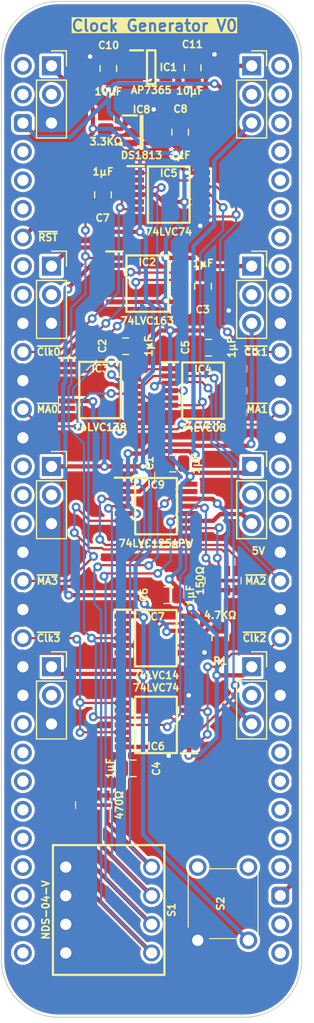
<source format=kicad_pcb>
(kicad_pcb (version 20221018) (generator pcbnew)
  (layers (0 "F.Cu" signal) (31 "B.Cu" signal) (36 "B.SilkS" user "B.Silkscreen") (37 "F.SilkS" user "F.Silkscreen") (38 "B.Mask" user) (39 "F.Mask" user) (44 "Edge.Cuts" user))
  (net 0 "")
  (net 1 "/5V")
  (net 2 "/GND")
  (net 3 "/3.3V")
  (net 5 "/~{Reset}_{2}")
  (net 19 "/CLK_{2}")
  (net 22 "/C1")
  (net 23 "/C0")
  (net 25 "/~{Reset}")
  (net 30 "/~{Y3}")
  (net 31 "/~{Y2}")
  (net 32 "/~{Y1}")
  (net 33 "/~{Y0}")
  (net 34 "/~{Y0}·~{Y2}")
  (net 35 "/~{Y1}·~{Y3}")
  (net 38 "/~{Q}_{0}")
  (net 40 "/~{Q}_{1}")
  (net 42 "/~{Q}_{2}")
  (net 44 "/~{Q}_{3}")
  (net 46 "/Reset")
  (net 49 "/~{CLK}")
  (net 50 "/CLK")
  (net 64 "/CLK1")
  (net 65 "/CLK2")
  (net 66 "/CLK3")
  (net 67 "/R1")
  (net 68 "/R2")
  (net 69 "/R3")
  (net 70 "/R4")
  (net 91 "/~{Reset}_{OUT}")
  (net 93 "Net-(IC9-1Y)")
  (net 94 "Net-(IC9-2Y)")
  (net 95 "Net-(IC9-3Y)")
  (net 96 "Net-(IC9-4Y)")
  (net 97 "/CLK4")
  (footprint "SamacSys_Parts:C_0805" (layer "F.Cu") (at 98.679 120.777 -90)
    (fp_text reference "C4")
    (fp_text value "1μF")
  )
  (footprint "SamacSys_Parts:R_0805" (layer "F.Cu") (at 96.266 63.119)
    (fp_text reference "R2" hide)
    (fp_text value "3.3KΩ")
  )
  (footprint "SamacSys_Parts:C_0805" (layer "F.Cu") (at 96.49 58.674)
    (fp_text reference "C10")
    (fp_text value "10µF")
  )
  (footprint "Connector_PinSocket_2.54mm:PinSocket_1x03_P2.54mm_Vertical" (layer "F.Cu") (at 109.22 93.98)
    (fp_text reference "J7" hide)
    (fp_text value "Conn_01x03_Socket")
  )
  (footprint "SamacSys_Parts:SOT95P285X130-5N" (layer "F.Cu") (at 100.3 58.547)
    (fp_text reference "IC1")
    (fp_text value "AP7365-33WG-7" hide)
  )
  (footprint "SamacSys_Parts:DIP-64_Board_W22.86mm" (layer "F.Cu") (at 88.9 58.42)
    (fp_text reference "J1" hide)
    (fp_text value "Conn_02x32_Counter_Clockwise")
    (fp_line (start -1.905 -0.635) (end -1.905 79.375) (stroke (width 0.1)) (layer "Edge.Cuts"))
    (fp_line (start 19.685 -5.715) (end 3.175 -5.715) (stroke (width 0.1)) (layer "Edge.Cuts"))
    (fp_line (start 19.685 84.455) (end 3.175 84.455) (stroke (width 0.1)) (layer "Edge.Cuts"))
    (fp_line (start 24.765 79.375) (end 24.765 -0.635) (stroke (width 0.1)) (layer "Edge.Cuts"))
    (fp_arc (start -1.905 -0.635) (mid -0.417102 -4.227102) (end 3.175 -5.715) (stroke (width 0.1)) (layer "Edge.Cuts"))
    (fp_arc (start 3.175 84.455) (mid -0.417102 82.967102) (end -1.905 79.375) (stroke (width 0.1)) (layer "Edge.Cuts"))
    (fp_arc (start 19.685 -5.715) (mid 23.277102 -4.227102) (end 24.765 -0.635) (stroke (width 0.1)) (layer "Edge.Cuts"))
    (fp_arc (start 24.765 79.375) (mid 23.277102 82.967102) (end 19.685 84.455) (stroke (width 0.1)) (layer "Edge.Cuts"))
  )
  (footprint "SamacSys_Parts:SOP65P640X110-16N" (layer "F.Cu") (at 95.758 87.1982)
    (fp_text reference "IC3")
    (fp_text value "74LVC138APW-Q100J" hide)
  )
  (footprint "SamacSys_Parts:C_0805" (layer "F.Cu") (at 101.727 105.41 90)
    (fp_text reference "C6")
    (fp_text value "1μF")
  )
  (footprint "SamacSys_Parts:C_0805" (layer "F.Cu") (at 96.012 69.85 180)
    (fp_text reference "C7")
    (fp_text value "1μF")
  )
  (footprint "SamacSys_Parts:CAY16-J4" (layer "F.Cu") (at 95.18 124.069 90)
    (fp_text reference "RN1" hide)
    (fp_text value "CAY16-471J4LF" hide)
  )
  (footprint "NetTie:NetTie-2_SMD_Pad0.5mm" (layer "F.Cu") (at 92.329 66.675 180)
    (fp_text reference "NT1" hide)
    (fp_text value "NetTie_2" hide)
  )
  (footprint "SamacSys_Parts:SOP65P640X110-14N" (layer "F.Cu") (at 104.902 87.249)
    (fp_text reference "IC4")
    (fp_text value "74LVC08APW,112" hide)
  )
  (footprint "Connector_PinSocket_2.54mm:PinSocket_1x03_P2.54mm_Vertical" (layer "F.Cu") (at 109.22 111.76)
    (fp_text reference "J9" hide)
    (fp_text value "Conn_01x03_Socket")
  )
  (footprint "Connector_PinSocket_2.54mm:PinSocket_1x03_P2.54mm_Vertical" (layer "F.Cu") (at 91.44 93.98)
    (fp_text reference "J6" hide)
    (fp_text value "Conn_01x03_Socket")
  )
  (footprint "SamacSys_Parts:SOP65P640X110-16N" (layer "F.Cu") (at 99.949 77.750056)
    (fp_text reference "IC2")
    (fp_text value "74LVC163PW,118" hide)
  )
  (footprint "SamacSys_Parts:C_0805" (layer "F.Cu") (at 98.044 83.312 90)
    (fp_text reference "C2")
    (fp_text value "1μF")
  )
  (footprint "SamacSys_Parts:CAY16-J4" (layer "F.Cu") (at 106.68 104.14 90)
    (fp_text reference "RN2" hide)
    (fp_text value "CAY16-151J4LF" hide)
  )
  (footprint "SamacSys_Parts:NDS04V" (layer "F.Cu") (at 92.71 129.54 -90)
    (fp_text reference "S1")
    (fp_text value "NDS-04-V")
  )
  (footprint "SamacSys_Parts:C_0805" (layer "F.Cu") (at 103.983 58.608)
    (fp_text reference "C11")
    (fp_text value "10µF")
  )
  (footprint "Connector_PinSocket_2.54mm:PinSocket_1x03_P2.54mm_Vertical" (layer "F.Cu") (at 109.22 76.2)
    (fp_text reference "J5" hide)
    (fp_text value "Conn_01x03_Socket")
  )
  (footprint "Connector_PinSocket_2.54mm:PinSocket_1x03_P2.54mm_Vertical" (layer "F.Cu") (at 91.44 58.42)
    (fp_text reference "J2" hide)
    (fp_text value "Conn_01x03_Socket")
  )
  (footprint "SamacSys_Parts:DTS62NV" (layer "F.Cu") (at 104.43 136.04 90)
    (fp_text reference "S2")
    (fp_text value "DTS-62N-V" hide)
  )
  (footprint "SamacSys_Parts:SOP65P640X110-14N" (layer "F.Cu") (at 100.728 116.922 180)
    (fp_text reference "IC6")
    (fp_text value "74LVC74APW,118" hide)
  )
  (footprint "Connector_PinSocket_2.54mm:PinSocket_1x03_P2.54mm_Vertical" (layer "F.Cu") (at 91.44 76.2)
    (fp_text reference "J4" hide)
    (fp_text value "Conn_01x03_Socket")
  )
  (footprint "SamacSys_Parts:SOP65P640X110-14N" (layer "F.Cu") (at 100.711 109.22)
    (fp_text reference "IC7")
    (fp_text value "74LVC14APW,118" hide)
  )
  (footprint "SamacSys_Parts:R_0805" (layer "F.Cu") (at 106.426 109.22 180)
    (fp_text reference "R1")
    (fp_text value "4.7KΩ")
  )
  (footprint "SamacSys_Parts:SOP65P640X110-14N" (layer "F.Cu") (at 101.854 69.85)
    (fp_text reference "IC5")
    (fp_text value "74LVC74APW,118" hide)
  )
  (footprint "SamacSys_Parts:C_0805" (layer "F.Cu") (at 102.87 64.328)
    (fp_text reference "C8")
    (fp_text value "1μF")
  )
  (footprint "SamacSys_Parts:C_0805" (layer "F.Cu") (at 104.902 77.978 180)
    (fp_text reference "C3")
    (fp_text value "1μF")
  )
  (footprint "SamacSys_Parts:C_0805" (layer "F.Cu") (at 105.41 83.439 90)
    (fp_text reference "C5")
    (fp_text value "1μF")
  )
  (footprint "SamacSys_Parts:SOP65P640X110-14N" (layer "F.Cu") (at 100.728 97.506)
    (fp_text reference "IC9")
    (fp_text value "74LVC125APW-Q100J" hide)
  )
  (footprint "SamacSys_Parts:SOT95P237X112-3N" (layer "F.Cu") (at 99.441 64.328)
    (fp_text reference "IC8")
    (fp_text value "DS1813R-10+T&R" hide)
  )
  (footprint "Connector_PinSocket_2.54mm:PinSocket_1x03_P2.54mm_Vertical" (layer "F.Cu") (at 109.22 58.42)
    (fp_text reference "J3" hide)
    (fp_text value "Conn_01x03_Socket")
  )
  (footprint "Connector_PinSocket_2.54mm:PinSocket_1x03_P2.54mm_Vertical" (layer "F.Cu") (at 91.44 111.76)
    (fp_text reference "J8" hide)
    (fp_text value "Conn_01x03_Socket")
  )
  (footprint "SamacSys_Parts:C_0805" (layer "F.Cu") (at 102.235 93.726 90)
    (fp_text reference "C1")
    (fp_text value "1μF")
  )
  (footprint "SamacSys_Parts:PinHeader_1x32_P2.54mm_Vertical" (layer "B.Cu") (at 88.9 58.42 180)
    (fp_text reference "J11" hide)
    (fp_text value "Pin_Header_01x32")
  )
  (footprint "SamacSys_Parts:PinHeader_1x32_P2.54mm_Vertical" (layer "B.Cu") (at 111.76 58.542 180)
    (fp_text reference "J10" hide)
    (fp_text value "Pin_Header_01x32")
  )
  (gr_text "~{Clk2}" (at 110.617 109.22) (layer "F.SilkS") (effects (font (size 0.635 0.635) (thickness 0.15) bold) (justify right)))
  (gr_text "~{MA0}" (at 90.043 88.9) (layer "F.SilkS") (effects (font (size 0.635 0.635) (thickness 0.15) bold) (justify left)))
  (gr_text "Clock Generator V0" (at 100.584 54.864) (layer "F.SilkS" knockout) (effects (font (size 1 1) (thickness 0.2) bold)))
  (gr_text "~{MA3}" (at 90.043 104.14) (layer "F.SilkS") (effects (font (size 0.635 0.635) (thickness 0.15) bold) (justify left)))
  (gr_text "~{MA1}" (at 110.744 88.9) (layer "F.SilkS") (effects (font (size 0.635 0.635) (thickness 0.15) bold) (justify right)))
  (gr_text "~{Clk1}" (at 110.744 83.82) (layer "F.SilkS") (effects (font (size 0.635 0.635) (thickness 0.15) bold) (justify right)))
  (gr_text "~{Clk3}" (at 90.043 109.22) (layer "F.SilkS") (effects (font (size 0.635 0.635) (thickness 0.15) bold) (justify left)))
  (gr_text "~{RST}" (at 90.17 73.66) (layer "F.SilkS") (effects (font (size 0.635 0.635) (thickness 0.15) bold) (justify left)))
  (gr_text "~{MA2}" (at 110.617 104.14) (layer "F.SilkS") (effects (font (size 0.635 0.635) (thickness 0.15) bold) (justify right)))
  (gr_text "5V" (at 110.49 101.473) (layer "F.SilkS") (effects (font (size 0.635 0.635) (thickness 0.15) bold) (justify right)))
  (gr_text "~{Clk0}" (at 90.043 83.82) (layer "F.SilkS") (effects (font (size 0.635 0.635) (thickness 0.15) bold) (justify left)))
  (segment (start 106.111 60.01) (end 108.331 62.23) (width 0.38) (layer "F.Cu") (net 1))
  (segment (start 96.49 59.608) (end 98.889 59.608) (width 0.38) (layer "F.Cu") (net 1))
  (segment (start 102.87 65.262) (end 102.87 65.786) (width 0.38) (layer "F.Cu") (net 1))
  (segment (start 98.391 65.278) (end 102.854 65.278) (width 0.38) (layer "F.Cu") (net 1))
  (segment (start 99 59.497) (end 99.955 59.497) (width 0.38) (layer "F.Cu") (net 1))
  (segment (start 96.49 60.488) (end 96.52 60.518) (width 0.38) (layer "F.Cu") (net 1))
  (segment (start 99.955 57.597) (end 99 57.597) (width 0.38) (layer "F.Cu") (net 1))
  (segment (start 99.965 59.487) (end 99.965 57.607) (width 0.38) (layer "F.Cu") (net 1))
  (segment (start 99.965 57.607) (end 99.955 57.597) (width 0.38) (layer "F.Cu") (net 1))
  (segment (start 105.918 60.01) (end 106.111 60.01) (width 0.38) (layer "F.Cu") (net 1))
  (segment (start 99.955 59.497) (end 99.965 59.487) (width 0.38) (layer "F.Cu") (net 1))
  (segment (start 112.95 130.89) (end 111.76 132.08) (width 0.38) (layer "F.Cu") (net 1))
  (segment (start 112.172915 62.23) (end 112.95 63.007085) (width 0.38) (layer "F.Cu") (net 1))
  (segment (start 108.331 62.23) (end 112.172915 62.23) (width 0.38) (layer "F.Cu") (net 1))
  (segment (start 102.87 65.786) (end 102.489 66.167) (width 0.38) (layer "F.Cu") (net 1))
  (segment (start 112.95 63.007085) (end 112.95 130.89) (width 0.38) (layer "F.Cu") (net 1))
  (segment (start 96.49 59.608) (end 96.49 60.488) (width 0.38) (layer "F.Cu") (net 1))
  (via (at 105.918 60.01) (size 0.8) (drill 0.4) (layers "F.Cu" "B.Cu") (net 1))
  (via (at 96.52 60.518) (size 0.8) (drill 0.4) (layers "F.Cu" "B.Cu") (net 1))
  (via (at 102.489 66.167) (size 0.8) (drill 0.4) (layers "F.Cu" "B.Cu") (net 1))
  (segment (start 90.14 64.74) (end 93.121 64.74) (width 0.38) (layer "B.Cu") (net 1))
  (segment (start 93.121 64.74) (end 96.52 61.341) (width 0.38) (layer "B.Cu") (net 1))
  (segment (start 96.52 62.484) (end 100.203 66.167) (width 0.38) (layer "B.Cu") (net 1))
  (segment (start 97.028 60.01) (end 105.918 60.01) (width 0.38) (layer "B.Cu") (net 1))
  (segment (start 100.203 66.167) (end 102.489 66.167) (width 0.38) (layer "B.Cu") (net 1))
  (segment (start 96.52 60.518) (end 97.028 60.01) (width 0.38) (layer "B.Cu") (net 1))
  (segment (start 88.9 63.5) (end 90.14 64.74) (width 0.38) (layer "B.Cu") (net 1))
  (segment (start 96.52 60.518) (end 96.52 62.484) (width 0.38) (layer "B.Cu") (net 1))
  (segment (start 105.68 57.642) (end 105.918 57.404) (width 0.38) (layer "F.Cu") (net 2))
  (segment (start 100.33 80.645) (end 99.710056 80.025056) (width 0.38) (layer "F.Cu") (net 2))
  (segment (start 95.909 80.015056) (end 92.704944 80.015056) (width 0.38) (layer "F.Cu") (net 2))
  (segment (start 107.84 87.899) (end 107.84 88.549) (width 0.38) (layer "F.Cu") (net 2))
  (segment (start 92.833 89.4732) (end 95.9502 89.4732) (width 0.38) (layer "F.Cu") (net 2))
  (segment (start 103.632 114.3) (end 103.124 113.792) (width 0.38) (layer "F.Cu") (net 2))
  (segment (start 106.095 80.137) (end 104.902 78.944) (width 0.38) (layer "F.Cu") (net 2))
  (segment (start 101.964 89.199) (end 101.0748 90.0882) (width 0.38) (layer "F.Cu") (net 2))
  (segment (start 97.024 78.725056) (end 97.024 78.075056) (width 0.38) (layer "F.Cu") (net 2))
  (segment (start 92.71 129.54) (end 92.71 132.08) (width 0.38) (layer "F.Cu") (net 2))
  (segment (start 98.806 111.17) (end 97.773 111.17) (width 0.38) (layer "F.Cu") (net 2))
  (segment (start 92.71 134.62) (end 92.71 137.16) (width 0.38) (layer "F.Cu") (net 2))
  (segment (start 95.919 78.725056) (end 97.024 78.725056) (width 0.38) (layer "F.Cu") (net 2))
  (segment (start 97.291 56.907) (end 103.248 56.907) (width 0.38) (layer "F.Cu") (net 2))
  (segment (start 94.98 57.708) (end 94.869 57.597) (width 0.38) (layer "F.Cu") (net 2))
  (segment (start 95.919 80.025056) (end 95.909 80.015056) (width 0.38) (layer "F.Cu") (net 2))
  (segment (start 106.436 110.1325) (end 105.386506 110.1325) (width 0.38) (layer "F.Cu") (net 2))
  (segment (start 96.6455 111.16) (end 96.6555 111.17) (width 0.38) (layer "F.Cu") (net 2))
  (segment (start 105.386506 110.1325) (end 105.029006 110.49) (width 0.38) (layer "F.Cu") (net 2))
  (segment (start 103.649 110.52) (end 104.999006 110.52) (width 0.38) (layer "F.Cu") (net 2))
  (segment (start 90.14 110.52) (end 88.9 111.76) (width 0.38) (layer "F.Cu") (net 2))
  (segment (start 107.188 80.137) (end 106.095 80.137) (width 0.38) (layer "F.Cu") (net 2))
  (segment (start 97.329 58.547) (end 96.49 57.708) (width 0.38) (layer "F.Cu") (net 2))
  (segment (start 92.833 87.5232) (end 91.728 87.5232) (width 0.38) (layer "F.Cu") (net 2))
  (segment (start 104.999006 110.52) (end 105.029006 110.49) (width 0.38) (layer "F.Cu") (net 2))
  (segment (start 103.649 110.52) (end 101.824 110.52) (width 0.38) (layer "F.Cu") (net 2))
  (segment (start 91.44 116.84) (end 91.44 123.571) (width 0.38) (layer "F.Cu") (net 2))
  (segment (start 97.773 109.87) (end 96.6555 109.87) (width 0.38) (layer "F.Cu") (net 2))
  (segment (start 102.1655 138.3045) (end 93.8545 138.3045) (width 0.38) (layer "F.Cu") (net 2))
  (segment (start 91.44 123.571) (end 92.71 124.841) (width 0.38) (layer "F.Cu") (net 2))
  (segment (start 99 58.547) (end 97.329 58.547) (width 0.38) (layer "F.Cu") (net 2))
  (segment (start 106.68 86.599) (end 106.68 85.675) (width 0.38) (layer "F.Cu") (net 2))
  (segment (start 96.5485 110.52) (end 90.14 110.52) (width 0.38) (layer "F.Cu") (net 2))
  (segment (start 98.9005 111.0755) (end 98.806 111.17) (width 0.38) (layer "F.Cu") (net 2))
  (segment (start 93.98 113.792) (end 91.44 116.332) (width 0.38) (layer "F.Cu") (net 2))
  (segment (start 95.9502 84.4398) (end 97.078 83.312) (width 0.38) (layer "F.Cu") (net 2))
  (segment (start 92.71 132.08) (end 92.71 134.62) (width 0.38) (layer "F.Cu") (net 2))
  (segment (start 106.68 85.675) (end 104.444 83.439) (width 0.38) (layer "F.Cu") (net 2))
  (segment (start 96.49 57.708) (end 97.291 56.907) (width 0.38) (layer "F.Cu") (net 2))
  (segment (start 100.739008 120.777) (end 101.854 119.662008) (width 0.38) (layer "F.Cu") (net 2))
  (segment (start 92.704944 80.015056) (end 91.44 81.28) (width 0.38) (layer "F.Cu") (net 2))
  (segment (start 100.761 105.41) (end 100.761 107.646) (width 0.38) (layer "F.Cu") (net 2))
  (segment (start 99.710056 80.025056) (end 97.024 80.025056) (width 0.38) (layer "F.Cu") (net 2))
  (segment (start 98.916 71.8) (end 96.892034 71.8) (width 0.38) (layer "F.Cu") (net 2))
  (segment (start 106.68 88.646) (end 106.127 89.199) (width 0.38) (layer "F.Cu") (net 2))
  (segment (start 96.5652 90.0882) (end 95.9502 89.4732) (width 0.38) (layer "F.Cu") (net 2))
  (segment (start 95.9502 89.4732) (end 95.9502 84.4398) (width 0.38) (layer "F.Cu") (net 2))
  (segment (start 101.269 96.368771) (end 101.269 93.726) (width 0.38) (layer "F.Cu") (net 2))
  (segment (start 106.127 89.199) (end 101.964 89.199) (width 0.38) (layer "F.Cu") (net 2))
  (segment (start 102.119 63.362) (end 102.87 63.362) (width 0.38) (layer "F.Cu") (net 2))
  (segment (start 92.833 86.8732) (end 91.3182 86.8732) (width 0.38) (layer "F.Cu") (net 2))
  (segment (start 96.6555 111.17) (end 97.773 111.17) (width 0.38) (layer "F.Cu") (net 2))
  (segment (start 106.777 88.549) (end 107.84 88.549) (width 0.38) (layer "F.Cu") (net 2))
  (segment (start 96.892034 71.8) (end 96.012 70.919966) (width 0.38) (layer "F.Cu") (net 2))
  (segment (start 94.882756 73.969) (end 91.191 73.969) (width 0.38) (layer "F.Cu") (net 2))
  (segment (start 96.6555 109.87) (end 96.6455 109.88) (width 0.38) (layer "F.Cu") (net 2))
  (segment (start 103.632 114.3) (end 103.632 114.938) (width 0.38) (layer "F.Cu") (net 2))
  (segment (start 96.012 72.839756) (end 94.882756 73.969) (width 0.38) (layer "F.Cu") (net 2))
  (segment (start 97.024 78.075056) (end 97.024 77.425056) (width 0.38) (layer "F.Cu") (net 2))
  (segment (start 100.683 96.954771) (end 101.269 96.368771) (width 0.38) (layer "F.Cu") (net 2))
  (segment (start 101.153 64.328) (end 102.119 63.362) (width 0.38) (layer "F.Cu") (net 2))
  (segment (start 96.6455 109.88) (end 96.6455 110.617) (width 0.38) (layer "F.Cu") (net 2))
  (segment (start 91.718 87.5332) (end 91.718 89.22485) (width 0.38) (layer "F.Cu") (net 2))
  (segment (start 91.96635 89.4732) (end 92.833 89.4732) (width 0.38) (layer "F.Cu") (net 2))
  (segment (start 91.191 73.969) (end 90.09 75.07) (width 0.38) (layer "F.Cu") (net 2))
  (segment (start 101.174 111.17) (end 98.806 111.17) (width 0.38) (layer "F.Cu") (net 2))
  (segment (start 104.902 79.727056) (end 103.984056 80.645) (width 0.38) (layer "F.Cu") (net 2))
  (segment (start 98.863797 99.456) (end 100.683 97.636797) (width 0.38) (layer "F.Cu") (net 2))
  (segment (start 94.869 57.597) (end 94.869 60.8195) (width 0.38) (layer "F.Cu") (net 2))
  (segment (start 99.568 100.33) (end 106.934 100.33) (width 0.38) (layer "F.Cu") (net 2))
  (segment (start 95.909 78.735056) (end 95.919 78.725056) (width 0.38) (layer "F.Cu") (net 2))
  (segment (start 104.902 78.944) (end 104.902 79.727056) (width 0.38) (layer "F.Cu") (net 2))
  (segment (start 100.491 62.323) (end 100.5205 62.2935) (width 0.38) (layer "F.Cu") (net 2))
  (segment (start 94.869 60.8195) (end 96.343 62.2935) (width 0.38) (layer "F.Cu") (net 2))
  (segment (start 95.909 80.015056) (end 95.909 78.735056) (width 0.38) (layer "F.Cu") (net 2))
  (segment (start 94.486763 99.456) (end 97.79 99.456) (width 0.38) (layer "F.Cu") (net 2))
  (segment (start 92.833 86.2232) (end 92.833 86.8732) (width 0.38) (layer "F.Cu") (net 2))
  (segment (start 107.84 86.599) (end 107.84 85.949) (width 0.38) (layer "F.Cu") (net 2))
  (segment (start 90.805 86.36) (end 88.9 86.36) (width 0.38) (layer "F.Cu") (net 2))
  (segment (start 96.6455 110.617) (end 96.6455 111.16) (width 0.38) (layer "F.Cu") (net 2))
  (segment (start 98.694 99.456) (end 99.568 100.33) (width 0.38) (layer "F.Cu") (net 2))
  (segment (start 93.8545 138.3045) (end 92.71 137.16) (width 0.38) (layer "F.Cu") (net 2))
  (segment (start 106.934 100.33) (end 108.204 101.6) (width 0.38) (layer "F.Cu") (net 2))
  (segment (start 103.983 57.642) (end 105.68 57.642) (width 0.38) (layer "F.Cu") (net 2))
  (segment (start 106.457225 110.111275) (end 108.328725 110.111275) (width 0.38) (layer "F.Cu") (net 2))
  (segment (start 91.718 89.22485) (end 91.96635 89.4732) (width 0.38) (layer "F.Cu") (net 2))
  (segment (start 98.9005 109.5065) (end 98.9005 111.0755) (width 0.38) (layer "F.Cu") (net 2))
  (segment (start 100.883 71.8) (end 98.916 71.8) (width 0.38) (layer "F.Cu") (net 2))
  (segment (start 96.012 70.816) (end 96.012 72.839756) (width 0.38) (layer "F.Cu") (net 2))
  (segment (start 100.491 64.328) (end 101.153 64.328) (width 0.38) (layer "F.Cu") (net 2))
  (segment (start 101.707502 72.624502) (end 100.883 71.8) (width 0.38) (layer "F.Cu") (net 2))
  (segment (start 94.090763 99.06) (end 94.486763 99.456) (width 0.38) (layer "F.Cu") (net 2))
  (segment (start 92.71 124.841) (end 92.71 129.54) (width 0.38) (layer "F.Cu") (net 2))
  (segment (start 103.248 56.907) (end 103.983 57.642) (width 0.38) (layer "F.Cu") (net 2))
  (segment (start 106.68 86.6415) (end 106.68 88.646) (width 0.38) (layer "F.Cu") (net 2))
  (segment (start 100.761 107.646) (end 98.9005 109.5065) (width 0.38) (layer "F.Cu") (net 2))
  (segment (start 96.49 57.708) (end 94.98 57.708) (width 0.38) (layer "F.Cu") (net 2))
  (segment (start 91.3182 86.8732) (end 90.805 86.36) (width 0.38) (layer "F.Cu") (net 2))
  (segment (start 103.984056 80.645) (end 100.33 80.645) (width 0.38) (layer "F.Cu") (net 2))
  (segment (start 97.024 77.425056) (end 97.024 76.775056) (width 0.38) (layer "F.Cu") (net 2))
  (segment (start 104.648 72.624502) (end 101.707502 72.624502) (width 0.38) (layer "F.Cu") (net 2))
  (segment (start 97.024 80.025056) (end 95.919 80.025056) (width 0.38) (layer "F.Cu") (net 2))
  (segment (start 98.309548 91.186) (end 97.827348 91.6682) (width 0.38) (layer "F.Cu") (net 2))
  (segment (start 91.728 87.5232) (end 91.718 87.5332) (width 0.38) (layer "F.Cu") (net 2))
  (segment (start 111.506 91.186) (end 98.309548 91.186) (width 0.38) (layer "F.Cu") (net 2))
  (segment (start 104.43 136.04) (end 102.1655 138.3045) (width 0.38) (layer "F.Cu") (net 2))
  (segment (start 96.6455 110.617) (end 96.5485 110.52) (width 0.38) (layer "F.Cu") (net 2))
  (segment (start 103.124 113.792) (end 93.98 113.792) (width 0.38) (layer "F.Cu") (net 2))
  (segment (start 100.683 97.636797) (end 100.683 96.954771) (width 0.38) (layer "F.Cu") (net 2))
  (segment (start 100.491 64.328) (end 100.491 62.323) (width 0.38) (layer "F.Cu") (net 2))
  (segment (start 107.84 86.599) (end 106.68 86.599) (width 0.38) (layer "F.Cu") (net 2))
  (segment (start 98.694 99.456) (end 98.863797 99.456) (width 0.38) (layer "F.Cu") (net 2))
  (segment (start 101.824 110.52) (end 101.174 111.17) (width 0.38) (layer "F.Cu") (net 2))
  (segment (start 92.833 86.8732) (end 92.833 87.5232) (width 0.38) (layer "F.Cu") (net 2))
  (segment (start 107.84 86.599) (end 111.521 86.599) (width 0.38) (layer "F.Cu") (net 2))
  (segment (start 108.204 101.6) (end 111.76 101.6) (width 0.38) (layer "F.Cu") (net 2))
  (segment (start 91.44 99.06) (end 94.090763 99.06) (width 0.38) (layer "F.Cu") (net 2))
  (segment (start 97.827348 91.6682) (end 89.1282 91.6682) (width 0.38) (layer "F.Cu") (net 2))
  (segment (start 108.328725 110.111275) (end 111.76 106.68) (width 0.38) (layer "F.Cu") (net 2))
  (segment (start 101.0748 90.0882) (end 96.5652 90.0882) (width 0.38) (layer "F.Cu") (net 2))
  (segment (start 97.79 99.456) (end 98.694 99.456) (width 0.38) (layer "F.Cu") (net 2))
  (segment (start 106.68 88.646) (end 106.777 88.549) (width 0.38) (layer "F.Cu") (net 2))
  (segment (start 90.09 75.07) (end 90.09 80.09) (width 0.38) (layer "F.Cu") (net 2))
  (segment (start 106.7225 86.599) (end 106.68 86.6415) (width 0.38) (layer "F.Cu") (net 2))
  (segment (start 90.09 80.09) (end 88.9 81.28) (width 0.38) (layer "F.Cu") (net 2))
  (segment (start 96.343 62.2935) (end 100.5205 62.2935) (width 0.38) (layer "F.Cu") (net 2))
  (segment (start 99.645 120.777) (end 100.739008 120.777) (width 0.38) (layer "F.Cu") (net 2))
  (via (at 105.918 57.404) (size 0.8) (drill 0.4) (layers "F.Cu" "B.Cu") (net 2))
  (via (at 101.854 119.662008) (size 0.8) (drill 0.4) (layers "F.Cu" "B.Cu") (net 2))
  (via (at 100.5205 62.2935) (size 0.8) (drill 0.4) (layers "F.Cu" "B.Cu") (net 2))
  (via (at 105.029006 110.49) (size 0.8) (drill 0.4) (layers "F.Cu" "B.Cu") (net 2))
  (via (at 94.869 57.597) (size 0.8) (drill 0.4) (layers "F.Cu" "B.Cu") (net 2))
  (via (at 103.632 114.3) (size 0.8) (drill 0.4) (layers "F.Cu" "B.Cu") (net 2))
  (via (at 104.648 72.624502) (size 0.8) (drill 0.4) (layers "F.Cu" "B.Cu") (net 2))
  (via (at 107.188 80.137) (size 0.8) (drill 0.4) (layers "F.Cu" "B.Cu") (net 2))
  (segment (start 112.95 108.727085) (end 112.95 109.712915) (width 0.38) (layer "B.Cu") (net 2))
  (segment (start 88.9 106.68) (end 90.2 107.98) (width 0.38) (layer "B.Cu") (net 2))
  (segment (start 112.95 83.327085) (end 112.95 84.312915) (width 0.38) (layer "B.Cu") (net 2))
  (segment (start 104.648 72.624502) (end 104.648 66.421) (width 0.38) (layer "B.Cu") (net 2))
  (segment (start 112.95 104.632915) (end 112.95 103.647085) (width 0.38) (layer "B.Cu") (net 2))
  (segment (start 88.487085 102.87) (end 88.9 102.87) (width 0.38) (layer "B.Cu") (net 2))
  (segment (start 90.09 82.47) (end 90.09 90.25) (width 0.38) (layer "B.Cu") (net 2))
  (segment (start 88.9 91.44) (end 88.9 90.09) (width 0.38) (layer "B.Cu") (net 2))
  (segment (start 88.9 102.87) (end 88.9 101.6) (width 0.38) (layer "B.Cu") (net 2))
  (segment (start 88.9 82.63) (end 88.9 81.28) (width 0.38) (layer "B.Cu") (net 2))
  (segment (start 111.76 114.3) (end 110.57 115.49) (width 0.38) (layer "B.Cu") (net 2))
  (segment (start 88.407085 90.09) (end 87.71 89.392915) (width 0.38) (layer "B.Cu") (net 2))
  (segment (start 110.46 107.98) (end 111.76 106.68) (width 0.38) (layer "B.Cu") (net 2))
  (segment (start 107.345 79.98) (end 107.188 80.137) (width 0.38) (layer "B.Cu") (net 2))
  (segment (start 112.045915 102.743) (end 111.76 102.743) (width 0.38) (layer "B.Cu") (net 2))
  (segment (start 112.172915 90.17) (end 111.76 90.17) (width 0.38) (layer "B.Cu") (net 2))
  (segment (start 88.9 90.09) (end 88.407085 90.09) (width 0.38) (layer "B.Cu") (net 2))
  (segment (start 112.252915 82.63) (end 112.95 83.327085) (width 0.38) (layer "B.Cu") (net 2))
  (segment (start 87.63 103.727085) (end 88.487085 102.87) (width 0.38) (layer "B.Cu") (net 2))
  (segment (start 110.57 118.411) (end 107.823 121.158) (width 0.38) (layer "B.Cu") (net 2))
  (segment (start 110.46 113) (end 110.46 107.98) (width 0.38) (layer "B.Cu") (net 2))
  (segment (start 87.71 88.407085) (end 88.407085 87.71) (width 0.38) (layer "B.Cu") (net 2))
  (segment (start 111.76 82.63) (end 112.252915 82.63) (width 0.38) (layer "B.Cu") (net 2))
  (segment (start 112.252915 105.33) (end 112.95 104.632915) (width 0.38) (layer "B.Cu") (net 2))
  (segment (start 104.648 66.421) (end 100.5205 62.2935) (width 0.38) (layer "B.Cu") (net 2))
  (segment (start 88.407085 110.41) (end 87.71 109.712915) (width 0.38) (layer "B.Cu") (net 2))
  (segment (start 110.57 115.49) (end 110.57 118.411) (width 0.38) (layer "B.Cu") (net 2))
  (segment (start 112.172915 110.49) (end 111.76 110.49) (width 0.38) (layer "B.Cu") (net 2))
  (segment (start 103.349992 121.158) (end 101.854 119.662008) (width 0.38) (layer "B.Cu") (net 2))
  (segment (start 111.76 90.17) (end 111.76 91.44) (width 0.38) (layer "B.Cu") (net 2))
  (segment (start 111.76 85.09) (end 111.76 86.36) (width 0.38) (layer "B.Cu") (net 2))
  (segment (start 110.57 90.25) (end 110.57 82.47) (width 0.38) (layer "B.Cu") (net 2))
  (segment (start 111.76 105.33) (end 112.252915 105.33) (width 0.38) (layer "B.Cu") (net 2))
  (segment (start 111.76 114.3) (end 111.76 111.76) (width 0.38) (layer "B.Cu") (net 2))
  (segment (start 111.76 110.49) (end 111.76 111.76) (width 0.38) (layer "B.Cu") (net 2))
  (segment (start 111.76 106.68) (end 111.76 105.33) (width 0.38) (layer "B.Cu") (net 2))
  (segment (start 112.95 109.712915) (end 112.172915 110.49) (width 0.38) (layer "B.Cu") (net 2))
  (segment (start 88.9 86.36) (end 88.9 85.01) (width 0.38) (layer "B.Cu") (net 2))
  (segment (start 88.9 108.03) (end 88.9 106.68) (width 0.38) (layer "B.Cu") (net 2))
  (segment (start 112.172915 85.09) (end 111.76 85.09) (width 0.38) (layer "B.Cu") (net 2))
  (segment (start 88.9 85.01) (end 88.407085 85.01) (width 0.38) (layer "B.Cu") (net 2))
  (segment (start 88.9 111.76) (end 88.9 110.41) (width 0.38) (layer "B.Cu") (net 2))
  (segment (start 87.71 108.727085) (end 88.407085 108.03) (width 0.38) (layer "B.Cu") (net 2))
  (segment (start 88.407085 82.63) (end 88.9 82.63) (width 0.38) (layer "B.Cu") (net 2))
  (segment (start 111.76 108.03) (end 112.252915 108.03) (width 0.38) (layer "B.Cu") (net 2))
  (segment (start 87.71 89.392915) (end 87.71 88.407085) (width 0.38) (layer "B.Cu") (net 2))
  (segment (start 112.95 103.647085) (end 112.045915 102.743) (width 0.38) (layer "B.Cu") (net 2))
  (segment (start 88.407085 108.03) (end 88.9 108.03) (width 0.38) (layer "B.Cu") (net 2))
  (segment (start 88.9 81.28) (end 90.09 82.47) (width 0.38) (layer "B.Cu") (net 2))
  (segment (start 111.76 114.3) (end 110.46 113) (width 0.38) (layer "B.Cu") (net 2))
  (segment (start 90.2 92.74) (end 88.9 91.44) (width 0.38) (layer "B.Cu") (net 2))
  (segment (start 111.76 87.71) (end 112.252915 87.71) (width 0.38) (layer "B.Cu") (net 2))
  (segment (start 88.9 110.41) (end 88.407085 110.41) (width 0.38) (layer "B.Cu") (net 2))
  (segment (start 107.823 121.158) (end 103.349992 121.158) (width 0.38) (layer "B.Cu") (net 2))
  (segment (start 87.63 83.407085) (end 88.407085 82.63) (width 0.38) (layer "B.Cu") (net 2))
  (segment (start 88.407085 87.71) (end 88.9 87.71) (width 0.38) (layer "B.Cu") (net 2))
  (segment (start 88.407085 85.01) (end 87.63 84.232915) (width 0.38) (layer "B.Cu") (net 2))
  (segment (start 103.632 114.3) (end 103.632 117.884008) (width 0.38) (layer "B.Cu") (net 2))
  (segment (start 107.315 58.801) (end 107.315 63.754) (width 0.38) (layer "B.Cu") (net 2))
  (segment (start 88.9 87.71) (end 88.9 86.36) (width 0.38) (layer "B.Cu") (net 2))
  (segment (start 87.71 109.712915) (end 87.71 108.727085) (width 0.38) (layer "B.Cu") (net 2))
  (segment (start 112.95 88.407085) (end 112.95 89.392915) (width 0.38) (layer "B.Cu") (net 2))
  (segment (start 110.57 92.63) (end 110.57 100.41) (width 0.38) (layer "B.Cu") (net 2))
  (segment (start 87.63 104.552915) (end 87.63 103.727085) (width 0.38) (layer "B.Cu") (net 2))
  (segment (start 94.869 60.071) (end 94.869 57.597) (width 0.38) (layer "B.Cu") (net 2))
  (segment (start 110.57 100.41) (end 111.76 101.6) (width 0.38) (layer "B.Cu") (net 2))
  (segment (start 90.2 107.98) (end 90.2 113) (width 0.38) (layer "B.Cu") (net 2))
  (segment (start 112.95 89.392915) (end 112.172915 90.17) (width 0.38) (layer "B.Cu") (net 2))
  (segment (start 111.76 81.28) (end 111.76 82.63) (width 0.38) (layer "B.Cu") (net 2))
  (segment (start 111.76 106.68) (end 111.76 108.03) (width 0.38) (layer "B.Cu") (net 2))
  (segment (start 111.76 102.743) (end 111.76 101.6) (width 0.38) (layer "B.Cu") (net 2))
  (segment (start 112.252915 108.03) (end 112.95 108.727085) (width 0.38) (layer "B.Cu") (net 2))
  (segment (start 107.315 63.754) (end 104.648 66.421) (width 0.38) (layer "B.Cu") (net 2))
  (segment (start 111.76 91.44) (end 110.57 90.25) (width 0.38) (layer "B.Cu") (net 2))
  (segment (start 91.44 99.06) (end 90.2 97.82) (width 0.38) (layer "B.Cu") (net 2))
  (segment (start 111.76 81.28) (end 110.46 79.98) (width 0.38) (layer "B.Cu") (net 2))
  (segment (start 88.407085 105.33) (end 87.63 104.552915) (width 0.38) (layer "B.Cu") (net 2))
  (segment (start 110.46 79.98) (end 107.345 79.98) (width 0.38) (layer "B.Cu") (net 2))
  (segment (start 88.9 105.33) (end 88.407085 105.33) (width 0.38) (layer "B.Cu") (net 2))
  (segment (start 103.632 111.887006) (end 105.029006 110.49) (width 0.38) (layer "B.Cu") (net 2))
  (segment (start 103.632 117.884008) (end 101.854 119.662008) (width 0.38) (layer "B.Cu") (net 2))
  (segment (start 111.76 86.36) (end 111.76 87.71) (width 0.38) (layer "B.Cu") (net 2))
  (segment (start 88.9 101.6) (end 91.44 99.06) (width 0.38) (layer "B.Cu") (net 2))
  (segment (start 112.252915 87.71) (end 112.95 88.407085) (width 0.38) (layer "B.Cu") (net 2))
  (segment (start 111.76 91.44) (end 110.57 92.63) (width 0.38) (layer "B.Cu") (net 2))
  (segment (start 91.44 81.28) (end 88.9 81.28) (width 0.38) (layer "B.Cu") (net 2))
  (segment (start 91.44 116.84) (end 88.9 114.3) (width 0.38) (layer "B.Cu") (net 2))
  (segment (start 87.63 84.232915) (end 87.63 83.407085) (width 0.38) (layer "B.Cu") (net 2))
  (segment (start 90.2 113) (end 88.9 114.3) (width 0.38) (layer "B.Cu") (net 2))
  (segment (start 112.95 84.312915) (end 112.172915 85.09) (width 0.38) (layer "B.Cu") (net 2))
  (segment (start 105.918 57.404) (end 107.315 58.801) (width 0.38) (layer "B.Cu") (net 2))
  (segment (start 110.57 82.47) (end 111.76 81.28) (width 0.38) (layer "B.Cu") (net 2))
  (segment (start 90.2 97.82) (end 90.2 92.74) (width 0.38) (layer "B.Cu") (net 2))
  (segment (start 88.9 106.68) (end 88.9 105.33) (width 0.38) (layer "B.Cu") (net 2))
  (segment (start 91.44 63.5) (end 94.869 60.071) (width 0.38) (layer "B.Cu") (net 2))
  (segment (start 88.9 114.3) (end 88.9 111.76) (width 0.38) (layer "B.Cu") (net 2))
  (segment (start 90.09 90.25) (end 88.9 91.44) (width 0.38) (layer "B.Cu") (net 2))
  (segment (start 103.632 114.3) (end 103.632 111.887006) (width 0.38) (layer "B.Cu") (net 2))
  (segment (start 102.661 104.748841) (end 101.897637 103.985478) (width 0.38) (layer "F.Cu") (net 3))
  (segment (start 103.545 59.542) (end 101.6 57.597) (width 0.38) (layer "F.Cu") (net 3))
  (segment (start 103.459991 67.899991) (end 102.845 67.285) (width 0.38) (layer "F.Cu") (net 3))
  (segment (start 94.78 123.19) (end 95.58 123.19) (width 0.38) (layer "F.Cu") (net 3))
  (segment (start 98.916 69.85) (end 100.711 69.85) (width 0.38) (layer "F.Cu") (net 3))
  (segment (start 104.792 70.5) (end 103.251 70.5) (width 0.38) (layer "F.Cu") (net 3))
  (segment (start 98.978 83.312) (end 99.695 83.312) (width 0.38) (layer "F.Cu") (net 3))
  (segment (start 98.683 83.816) (end 98.683 84.9232) (width 0.38) (layer "F.Cu") (net 3))
  (segment (start 103.649 106.663) (end 103.759 106.553) (width 0.38) (layer "F.Cu") (net 3))
  (segment (start 105.746 76.2) (end 104.902 77.044) (width 0.38) (layer "F.Cu") (net 3))
  (segment (start 103.666 94.962) (end 103.759 94.869) (width 0.38) (layer "F.Cu") (net 3))
  (segment (start 103.649 107.27) (end 103.649 106.663) (width 0.38) (layer "F.Cu") (net 3))
  (segment (start 102.874 75.475056) (end 101.611006 75.475056) (width 0.38) (layer "F.Cu") (net 3))
  (segment (start 107.84 85.234) (end 106.344 83.738) (width 0.38) (layer "F.Cu") (net 3))
  (segment (start 103.759 106.553) (end 102.661 105.455) (width 0.38) (layer "F.Cu") (net 3))
  (segment (start 105.746 76.2) (end 109.22 76.2) (width 0.38) (layer "F.Cu") (net 3))
  (segment (start 101.6 79.27405) (end 101.498994 79.375056) (width 0.38) (layer "F.Cu") (net 3))
  (segment (start 105.029 81.915) (end 101.981 81.915) (width 0.38) (layer "F.Cu") (net 3))
  (segment (start 101.498994 79.375056) (end 97.024 79.375056) (width 0.38) (layer "F.Cu") (net 3))
  (segment (start 100.711 69.85) (end 101.361 70.5) (width 0.38) (layer "F.Cu") (net 3))
  (segment (start 102.874 79.375056) (end 102.874 80.025056) (width 0.38) (layer "F.Cu") (net 3))
  (segment (start 103.759 94.869) (end 103.169 94.279) (width 0.38) (layer "F.Cu") (net 3))
  (segment (start 105.105 58.42) (end 109.22 58.42) (width 0.38) (layer "F.Cu") (net 3))
  (segment (start 102.661 105.41) (end 102.661 104.748841) (width 0.38) (layer "F.Cu") (net 3))
  (segment (start 101.092 81.915) (end 101.981 81.915) (width 0.38) (layer "F.Cu") (net 3))
  (segment (start 101.611006 75.475056) (end 101.6 75.46405) (width 0.38) (layer "F.Cu") (net 3))
  (segment (start 103.923056 75.475056) (end 102.874 75.475056) (width 0.38) (layer "F.Cu") (net 3))
  (segment (start 104.14 59.699) (end 104.14 67.219982) (width 0.38) (layer "F.Cu") (net 3))
  (segment (start 104.902 76.454) (end 103.923056 75.475056) (width 0.38) (layer "F.Cu") (net 3))
  (segment (start 108.458 112.522) (end 106.121384 112.522) (width 0.38) (layer "F.Cu") (net 3))
  (segment (start 101.701006 79.375056) (end 101.6 79.27405) (width 0.38) (layer "F.Cu") (net 3))
  (segment (start 104.902 77.044) (end 104.902 76.454) (width 0.38) (layer "F.Cu") (net 3))
  (segment (start 97.79 118.222) (end 97.79 118.872) (width 0.38) (layer "F.Cu") (net 3))
  (segment (start 103.169 94.279) (end 103.169 93.726) (width 0.38) (layer "F.Cu") (net 3))
  (segment (start 93.98 123.19) (end 94.78 123.19) (width 0.38) (layer "F.Cu") (net 3))
  (segment (start 107.84 85.299) (end 107.84 85.234) (width 0.38) (layer "F.Cu") (net 3))
  (segment (start 97.643 67.285) (end 96.012 68.916) (width 0.38) (layer "F.Cu") (net 3))
  (segment (start 99.695 83.312) (end 101.092 81.915) (width 0.38) (layer "F.Cu") (net 3))
  (segment (start 97.79 122.428) (end 97.028 123.19) (width 0.38) (layer "F.Cu") (net 3))
  (segment (start 102.845 67.285) (end 97.643 67.285) (width 0.38) (layer "F.Cu") (net 3))
  (segment (start 108.66 94.54) (end 104.088 94.54) (width 0.38) (layer "F.Cu") (net 3))
  (segment (start 104.792 67.9) (end 103.46 67.9) (width 0.38) (layer "F.Cu") (net 3))
  (segment (start 103.666 118.872) (end 103.666 119.6) (width 0.38) (layer "F.Cu") (net 3))
  (segment (start 98.978 83.521) (end 98.683 83.816) (width 0.38) (layer "F.Cu") (net 3))
  (segment (start 102.874 79.375056) (end 101.701006 79.375056) (width 0.38) (layer "F.Cu") (net 3))
  (segment (start 103.666 119.6) (end 103.632 119.634) (width 0.38) (layer "F.Cu") (net 3))
  (segment (start 104.088 94.54) (end 103.759 94.869) (width 0.38) (layer "F.Cu") (net 3))
  (segment (start 103.983 59.542) (end 105.105 58.42) (width 0.38) (layer "F.Cu") (net 3))
  (segment (start 97.028 123.19) (end 96.38 123.19) (width 0.38) (layer "F.Cu") (net 3))
  (segment (start 103.46 67.9) (end 103.459991 67.899991) (width 0.38) (layer "F.Cu") (net 3))
  (segment (start 97.79 118.872) (end 97.79 122.428) (width 0.38) (layer "F.Cu") (net 3))
  (segment (start 106.344 83.23) (end 105.029 81.915) (width 0.38) (layer "F.Cu") (net 3))
  (segment (start 103.666 95.556) (end 103.666 94.962) (width 0.38) (layer "F.Cu") (net 3))
  (segment (start 109.22 111.76) (end 108.458 112.522) (width 0.38) (layer "F.Cu") (net 3))
  (segment (start 104.14 67.219982) (end 103.459991 67.899991) (width 0.38) (layer "F.Cu") (net 3))
  (segment (start 101.361 70.5) (end 103.251 70.5) (width 0.38) (layer "F.Cu") (net 3))
  (segment (start 97.79 118.872) (end 103.666 118.872) (width 0.38) (layer "F.Cu") (net 3))
  (segment (start 95.58 123.19) (end 96.38 123.19) (width 0.38) (layer "F.Cu") (net 3))
  (via (at 103.632 119.634) (size 0.8) (drill 0.4) (layers "F.Cu" "B.Cu") (net 3))
  (via (at 101.981 81.915) (size 0.8) (drill 0.4) (layers "F.Cu" "B.Cu") (net 3))
  (via (at 103.251 70.5) (size 0.8) (drill 0.4) (layers "F.Cu" "B.Cu") (net 3))
  (via (at 101.6 79.27405) (size 0.8) (drill 0.4) (layers "F.Cu" "B.Cu") (net 3))
  (via (at 101.897637 103.985478) (size 0.8) (drill 0.4) (layers "F.Cu" "B.Cu") (net 3))
  (via (at 103.459991 67.899991) (size 0.8) (drill 0.4) (layers "F.Cu" "B.Cu") (net 3))
  (via (at 103.759 94.869) (size 0.8) (drill 0.4) (layers "F.Cu" "B.Cu") (net 3))
  (via (at 101.6 75.46405) (size 0.8) (drill 0.4) (layers "F.Cu" "B.Cu") (net 3))
  (via (at 103.759 106.553) (size 0.8) (drill 0.4) (layers "F.Cu" "B.Cu") (net 3))
  (via (at 106.121384 112.522) (size 0.8) (drill 0.4) (layers "F.Cu" "B.Cu") (net 3))
  (segment (start 101.6 79.27405) (end 101.6 81.534) (width 0.38) (layer "B.Cu") (net 3))
  (segment (start 101.6 75.46405) (end 101.6 79.27405) (width 0.38) (layer "B.Cu") (net 3))
  (segment (start 104.521 119.634) (end 106.121384 118.033616) (width 0.38) (layer "B.Cu") (net 3))
  (segment (start 101.6 81.534) (end 101.981 81.915) (width 0.38) (layer "B.Cu") (net 3))
  (segment (start 102.898 95.73) (end 102.898 102.985115) (width 0.38) (layer "B.Cu") (net 3))
  (segment (start 103.759 106.553) (end 106.121384 108.915384) (width 0.38) (layer "B.Cu") (net 3))
  (segment (start 103.632 119.634) (end 104.521 119.634) (width 0.38) (layer "B.Cu") (net 3))
  (segment (start 101.6 75.46405) (end 101.6 73.787) (width 0.38) (layer "B.Cu") (net 3))
  (segment (start 102.898 102.985115) (end 101.897637 103.985478) (width 0.38) (layer "B.Cu") (net 3))
  (segment (start 106.121384 118.033616) (end 106.121384 112.522) (width 0.38) (layer "B.Cu") (net 3))
  (segment (start 101.6 73.787) (end 103.251 72.136) (width 0.38) (layer "B.Cu") (net 3))
  (segment (start 103.759 94.869) (end 102.898 95.73) (width 0.38) (layer "B.Cu") (net 3))
  (segment (start 101.981 93.091) (end 101.981 81.915) (width 0.38) (layer "B.Cu") (net 3))
  (segment (start 103.251 68.108982) (end 103.459991 67.899991) (width 0.38) (layer "B.Cu") (net 3))
  (segment (start 103.759 94.869) (end 101.981 93.091) (width 0.38) (layer "B.Cu") (net 3))
  (segment (start 106.121384 108.915384) (end 106.121384 112.522) (width 0.38) (layer "B.Cu") (net 3))
  (segment (start 103.251 70.5) (end 103.251 68.108982) (width 0.38) (layer "B.Cu") (net 3))
  (segment (start 103.251 72.136) (end 103.251 70.5) (width 0.38) (layer "B.Cu") (net 3))
  (segment (start 94.591482 75.475056) (end 94.455438 75.339012) (width 0.2) (layer "F.Cu") (net 5))
  (segment (start 95.214 116.272) (end 95.147 116.205) (width 0.2) (layer "F.Cu") (net 5))
  (segment (start 102.1035 116.272) (end 102.7535 116.922) (width 0.2) (layer "F.Cu") (net 5))
  (segment (start 97.773 109.22) (end 94.996 109.22) (width 0.2) (layer "F.Cu") (net 5))
  (segment (start 98.916 67.9) (end 97.79 67.9) (width 0.2) (layer "F.Cu") (net 5))
  (segment (start 97.79 67.9) (end 97.282 68.408) (width 0.2) (layer "F.Cu") (net 5))
  (segment (start 97.79 116.272) (end 102.1035 116.272) (width 0.2) (layer "F.Cu") (net 5))
  (segment (start 95.309183 70.016) (end 94.45544 70.869743) (width 0.2) (layer "F.Cu") (net 5))
  (segment (start 102.7535 116.922) (end 103.666 116.922) (width 0.2) (layer "F.Cu") (net 5))
  (segment (start 102.83405 68.6) (end 104.742 68.6) (width 0.2) (layer "F.Cu") (net 5))
  (segment (start 102.17905 67.945) (end 102.83405 68.6) (width 0.2) (layer "F.Cu") (net 5))
  (segment (start 97.282 69.85) (end 97.116 70.016) (width 0.2) (layer "F.Cu") (net 5))
  (segment (start 98.961 67.945) (end 102.17905 67.945) (width 0.2) (layer "F.Cu") (net 5))
  (segment (start 97.79 116.272) (end 95.214 116.272) (width 0.2) (layer "F.Cu") (net 5))
  (segment (start 94.45544 70.869743) (end 94.45544 73.025) (width 0.2) (layer "F.Cu") (net 5))
  (segment (start 97.024 75.475056) (end 94.591482 75.475056) (width 0.2) (layer "F.Cu") (net 5))
  (segment (start 97.282 68.408) (end 97.282 69.85) (width 0.2) (layer "F.Cu") (net 5))
  (segment (start 97.116 70.016) (end 95.309183 70.016) (width 0.2) (layer "F.Cu") (net 5))
  (via (at 95.147 116.205) (size 0.8) (drill 0.4) (layers "F.Cu" "B.Cu") (net 5))
  (via (at 94.996 109.22) (size 0.8) (drill 0.4) (layers "F.Cu" "B.Cu") (net 5))
  (via (at 94.455438 75.339012) (size 0.8) (drill 0.4) (layers "F.Cu" "B.Cu") (net 5))
  (via (at 94.45544 73.025) (size 0.8) (drill 0.4) (layers "F.Cu" "B.Cu") (net 5))
  (segment (start 94.45544 73.025) (end 94.45544 75.33901) (width 0.2) (layer "B.Cu") (net 5))
  (segment (start 92.960001 86.90482) (end 92.960001 90.578892) (width 0.2) (layer "B.Cu") (net 5))
  (segment (start 94.327 108.551) (end 94.996 109.22) (width 0.2) (layer "B.Cu") (net 5))
  (segment (start 94.455438 75.339012) (end 94.455439 78.645561) (width 0.2) (layer "B.Cu") (net 5))
  (segment (start 93.203299 79.897701) (end 93.203299 86.661522) (width 0.2) (layer "B.Cu") (net 5))
  (segment (start 94.45544 75.33901) (end 94.455438 75.339012) (width 0.2) (layer "B.Cu") (net 5))
  (segment (start 94.455439 78.645561) (end 93.203299 79.897701) (width 0.2) (layer "B.Cu") (net 5))
  (segment (start 95.377 115.975) (end 95.377 109.601) (width 0.2) (layer "B.Cu") (net 5))
  (segment (start 95.377 109.601) (end 94.996 109.22) (width 0.2) (layer "B.Cu") (net 5))
  (segment (start 94.327 91.945891) (end 94.327 108.551) (width 0.2) (layer "B.Cu") (net 5))
  (segment (start 95.147 116.205) (end 95.377 115.975) (width 0.2) (layer "B.Cu") (net 5))
  (segment (start 92.960001 90.578892) (end 94.327 91.945891) (width 0.2) (layer "B.Cu") (net 5))
  (segment (start 93.203299 86.661522) (end 92.960001 86.90482) (width 0.2) (layer "B.Cu") (net 5))
  (segment (start 92.896 78.232) (end 92.896 78.173) (width 0.38) (layer "F.Cu") (net 19))
  (segment (start 98.933 105.41) (end 99.695 106.172) (width 0.38) (layer "F.Cu") (net 19))
  (segment (start 92.964 105.41) (end 98.933 105.41) (width 0.38) (layer "F.Cu") (net 19))
  (segment (start 103.649 108.57) (end 101.747013 108.57) (width 0.38) (layer "F.Cu") (net 19))
  (segment (start 101.747013 108.57) (end 101.665 108.652013) (width 0.38) (layer "F.Cu") (net 19))
  (segment (start 92.896 78.173) (end 94.943944 76.125056) (width 0.38) (layer "F.Cu") (net 19))
  (segment (start 94.943944 76.125056) (end 97.024 76.125056) (width 0.38) (layer "F.Cu") (net 19))
  (via (at 92.896 78.232) (size 0.8) (drill 0.4) (layers "F.Cu" "B.Cu") (net 19))
  (via (at 99.695 106.172) (size 0.8) (drill 0.4) (layers "F.Cu" "B.Cu") (net 19))
  (via (at 92.964 105.41) (size 0.8) (drill 0.4) (layers "F.Cu" "B.Cu") (net 19))
  (via (at 101.665 108.652013) (size 0.8) (drill 0.4) (layers "F.Cu" "B.Cu") (net 19))
  (segment (start 92.681998 105.127998) (end 92.681998 90.993854) (width 0.38) (layer "B.Cu") (net 19))
  (segment (start 92.964 105.41) (end 92.681998 105.127998) (width 0.38) (layer "B.Cu") (net 19))
  (segment (start 92.681998 86.489858) (end 92.681998 78.446002) (width 0.38) (layer "B.Cu") (net 19))
  (segment (start 92.470001 86.701856) (end 92.681998 86.489858) (width 0.38) (layer "B.Cu") (net 19))
  (segment (start 92.681998 90.993854) (end 92.470001 90.781857) (width 0.38) (layer "B.Cu") (net 19))
  (segment (start 101.665 108.652013) (end 101.665 108.142) (width 0.38) (layer "B.Cu") (net 19))
  (segment (start 92.681998 78.446002) (end 92.896 78.232) (width 0.38) (layer "B.Cu") (net 19))
  (segment (start 101.665 108.142) (end 99.695 106.172) (width 0.38) (layer "B.Cu") (net 19))
  (segment (start 92.470001 90.781857) (end 92.470001 86.701856) (width 0.38) (layer "B.Cu") (net 19))
  (segment (start 94.6398 85.5732) (end 95.123002 85.089998) (width 0.2) (layer "F.Cu") (net 22))
  (segment (start 92.833 85.5732) (end 94.6398 85.5732) (width 0.2) (layer "F.Cu") (net 22))
  (segment (start 95.123002 83.693002) (end 97.282001 81.534003) (width 0.2) (layer "F.Cu") (net 22))
  (segment (start 95.123002 85.089998) (end 95.123002 83.693002) (width 0.2) (layer "F.Cu") (net 22))
  (segment (start 99.131 77.425056) (end 98.933 77.623056) (width 0.2) (layer "F.Cu") (net 22))
  (segment (start 97.282001 81.534003) (end 97.282001 81.533999) (width 0.2) (layer "F.Cu") (net 22))
  (segment (start 102.874 77.425056) (end 99.131 77.425056) (width 0.2) (layer "F.Cu") (net 22))
  (via (at 97.282001 81.533999) (size 0.8) (drill 0.4) (layers "F.Cu" "B.Cu") (net 22))
  (via (at 98.933 77.623056) (size 0.8) (drill 0.4) (layers "F.Cu" "B.Cu") (net 22))
  (segment (start 98.933 79.883) (end 97.282001 81.533999) (width 0.2) (layer "B.Cu") (net 22))
  (segment (start 98.933 77.623056) (end 98.933 79.883) (width 0.2) (layer "B.Cu") (net 22))
  (segment (start 93.08395 84.46205) (end 96.266 81.28) (width 0.2) (layer "F.Cu") (net 23))
  (segment (start 102.874 76.775056) (end 98.526207 76.775056) (width 0.2) (layer "F.Cu") (net 23))
  (segment (start 98.526207 76.775056) (end 98.481788 76.730637) (width 0.2) (layer "F.Cu") (net 23))
  (segment (start 93.08395 84.7962) (end 93.08395 84.46205) (width 0.2) (layer "F.Cu") (net 23))
  (via (at 98.481788 76.730637) (size 0.8) (drill 0.4) (layers "F.Cu" "B.Cu") (net 23))
  (via (at 96.266 81.28) (size 0.8) (drill 0.4) (layers "F.Cu" "B.Cu") (net 23))
  (segment (start 97.813622 77.398803) (end 97.813622 79.732378) (width 0.2) (layer "B.Cu") (net 23))
  (segment (start 98.481788 76.730637) (end 97.813622 77.398803) (width 0.2) (layer "B.Cu") (net 23))
  (segment (start 97.813622 79.732378) (end 96.266 81.28) (width 0.2) (layer "B.Cu") (net 23))
  (segment (start 95.123 74.549) (end 96.52 73.152) (width 0.38) (layer "F.Cu") (net 25))
  (segment (start 92.075 112.395) (end 99.314004 112.395) (width 0.38) (layer "F.Cu") (net 25))
  (segment (start 99.496038 107.27) (end 99.618019 107.391981) (width 0.38) (layer "F.Cu") (net 25))
  (segment (start 97.663 64.008) (end 95.122996 64.008) (width 0.38) (layer "F.Cu") (net 25))
  (segment (start 99.314004 112.395) (end 99.568004 112.649) (width 0.38) (layer "F.Cu") (net 25))
  (segment (start 95.122996 62.229996) (end 95.122996 64.008) (width 0.38) (layer "F.Cu") (net 25))
  (segment (start 92.833 88.1732) (end 95.085227 88.1732) (width 0.38) (layer "F.Cu") (net 25))
  (segment (start 99.568 93.98) (end 96.139 93.98) (width 0.38) (layer "F.Cu") (net 25))
  (segment (start 97.773 107.27) (end 99.496038 107.27) (width 0.38) (layer "F.Cu") (net 25))
  (segment (start 91.44 76.2) (end 93.091 74.549) (width 0.38) (layer "F.Cu") (net 25))
  (segment (start 91.44 93.98) (end 96.139 93.98) (width 0.38) (layer "F.Cu") (net 25))
  (segment (start 96.52 73.152) (end 99.314 73.152) (width 0.38) (layer "F.Cu") (net 25))
  (segment (start 91.821 58.928) (end 95.122996 62.229996) (width 0.38) (layer "F.Cu") (net 25))
  (segment (start 95.122996 64.381004) (end 95.122996 64.008) (width 0.38) (layer "F.Cu") (net 25))
  (segment (start 92.829 66.675) (end 95.122996 64.381004) (width 0.38) (layer "F.Cu") (net 25))
  (segment (start 95.085227 88.1732) (end 95.125418 88.213391) (width 0.38) (layer "F.Cu") (net 25))
  (segment (start 93.091 74.549) (end 95.123 74.549) (width 0.38) (layer "F.Cu") (net 25))
  (segment (start 98.325 63.346) (end 97.663 64.008) (width 0.38) (layer "F.Cu") (net 25))
  (via (at 95.125418 88.213391) (size 0.8) (drill 0.4) (layers "F.Cu" "B.Cu") (net 25))
  (via (at 99.314 73.152) (size 0.8) (drill 0.4) (layers "F.Cu" "B.Cu") (net 25))
  (via (at 96.139 93.98) (size 0.8) (drill 0.4) (layers "F.Cu" "B.Cu") (net 25))
  (via (at 99.618019 107.391981) (size 0.8) (drill 0.4) (layers "F.Cu" "B.Cu") (net 25))
  (via (at 99.568004 112.649) (size 0.8) (drill 0.4) (layers "F.Cu" "B.Cu") (net 25))
  (via (at 99.568 93.98) (size 0.8) (drill 0.4) (layers "F.Cu" "B.Cu") (net 25))
  (via (at 95.122996 64.008) (size 0.8) (drill 0.4) (layers "F.Cu" "B.Cu") (net 25))
  (segment (start 99.568 86.394518) (end 99.568 93.98) (width 0.38) (layer "B.Cu") (net 25))
  (segment (start 96.774 64.008) (end 95.122996 64.008) (width 0.38) (layer "B.Cu") (net 25))
  (segment (start 100.203 94.615) (end 99.568 93.98) (width 0.38) (layer "B.Cu") (net 25))
  (segment (start 99.314 66.548) (end 96.774 64.008) (width 0.38) (layer "B.Cu") (net 25))
  (segment (start 99.568004 112.649) (end 99.618019 112.598985) (width 0.38) (layer "B.Cu") (net 25))
  (segment (start 99.618019 107.391981) (end 98.905 106.678962) (width 0.38) (layer "B.Cu") (net 25))
  (segment (start 98.905 106.678962) (end 98.905 102.769024) (width 0.38) (layer "B.Cu") (net 25))
  (segment (start 99.314 73.152) (end 99.314 66.548) (width 0.38) (layer "B.Cu") (net 25))
  (segment (start 98.905 102.769024) (end 100.203 101.471024) (width 0.38) (layer "B.Cu") (net 25))
  (segment (start 108.93 136.04) (end 99.568004 126.678004) (width 0.38) (layer "B.Cu") (net 25))
  (segment (start 96.139 93.98) (end 96.139 90.899602) (width 0.38) (layer "B.Cu") (net 25))
  (segment (start 99.822 73.66) (end 99.822 79.178965) (width 0.38) (layer "B.Cu") (net 25))
  (segment (start 99.568004 126.678004) (end 99.568004 112.649) (width 0.38) (layer "B.Cu") (net 25))
  (segment (start 96.139 90.899602) (end 95.125418 89.88602) (width 0.38) (layer "B.Cu") (net 25))
  (segment (start 99.618019 112.598985) (end 99.618019 107.391981) (width 0.38) (layer "B.Cu") (net 25))
  (segment (start 99.822 79.178965) (end 100.456995 79.81396) (width 0.38) (layer "B.Cu") (net 25))
  (segment (start 99.314 73.152) (end 99.822 73.66) (width 0.38) (layer "B.Cu") (net 25))
  (segment (start 100.203 101.471024) (end 100.203 94.615) (width 0.38) (layer "B.Cu") (net 25))
  (segment (start 100.456995 79.81396) (end 100.456995 85.505523) (width 0.38) (layer "B.Cu") (net 25))
  (segment (start 95.125418 89.88602) (end 95.125418 88.213391) (width 0.38) (layer "B.Cu") (net 25))
  (segment (start 100.456995 85.505523) (end 99.568 86.394518) (width 0.38) (layer "B.Cu") (net 25))
  (segment (start 99.964 87.899) (end 101.964 87.899) (width 0.2) (layer "F.Cu") (net 30))
  (segment (start 98.683 87.5232) (end 96.7604 87.5232) (width 0.2) (layer "F.Cu") (net 30))
  (segment (start 92.999353 104.14) (end 95.175267 101.964086) (width 0.2) (layer "F.Cu") (net 30))
  (segment (start 96.7604 87.5232) (end 96.7402 87.503) (width 0.2) (layer "F.Cu") (net 30))
  (segment (start 99.5882 87.5232) (end 99.964 87.899) (width 0.2) (layer "F.Cu") (net 30))
  (segment (start 88.9 104.14) (end 92.999353 104.14) (width 0.2) (layer "F.Cu") (net 30))
  (segment (start 98.683 87.5232) (end 99.5882 87.5232) (width 0.2) (layer "F.Cu") (net 30))
  (via (at 95.175267 101.964086) (size 0.8) (drill 0.4) (layers "F.Cu" "B.Cu") (net 30))
  (via (at 96.7402 87.503) (size 0.8) (drill 0.4) (layers "F.Cu" "B.Cu") (net 30))
  (segment (start 94.727 101.515819) (end 94.727 90.180566) (width 0.2) (layer "B.Cu") (net 30))
  (segment (start 94.727 90.180566) (end 94.146383 89.599949) (width 0.2) (layer "B.Cu") (net 30))
  (segment (start 95.175267 101.964086) (end 94.727 101.515819) (width 0.2) (layer "B.Cu") (net 30))
  (segment (start 94.845858 87.503) (end 96.7402 87.503) (width 0.2) (layer "B.Cu") (net 30))
  (segment (start 94.146383 89.599949) (end 94.146383 88.202475) (width 0.2) (layer "B.Cu") (net 30))
  (segment (start 94.146383 88.202475) (end 94.845858 87.503) (width 0.2) (layer "B.Cu") (net 30))
  (segment (start 101.964 85.949) (end 105.695066 85.949) (width 0.2) (layer "F.Cu") (net 31))
  (segment (start 100.487 85.949) (end 101.964 85.949) (width 0.2) (layer "F.Cu") (net 31))
  (segment (start 98.683 86.8732) (end 99.5628 86.8732) (width 0.2) (layer "F.Cu") (net 31))
  (segment (start 99.5628 86.8732) (end 100.487 85.949) (width 0.2) (layer "F.Cu") (net 31))
  (segment (start 105.695066 85.949) (end 105.89 86.143934) (width 0.2) (layer "F.Cu") (net 31))
  (via (at 105.89 86.143934) (size 0.8) (drill 0.4) (layers "F.Cu" "B.Cu") (net 31))
  (segment (start 111.76 104.14) (end 108.012168 100.392168) (width 0.2) (layer "B.Cu") (net 31))
  (segment (start 106.045 91.694) (end 106.045 86.298934) (width 0.2) (layer "B.Cu") (net 31))
  (segment (start 108.012168 93.661168) (end 106.045 91.694) (width 0.2) (layer "B.Cu") (net 31))
  (segment (start 108.012168 100.392168) (end 108.012168 93.661168) (width 0.2) (layer "B.Cu") (net 31))
  (segment (start 106.045 86.298934) (end 105.89 86.143934) (width 0.2) (layer "B.Cu") (net 31))
  (segment (start 103.15759 87.249) (end 103.157594 87.249004) (width 0.2) (layer "F.Cu") (net 32))
  (segment (start 110.391 90.269) (end 103.028747 90.269) (width 0.2) (layer "F.Cu") (net 32))
  (segment (start 101.964 87.249) (end 103.15759 87.249) (width 0.2) (layer "F.Cu") (net 32))
  (segment (start 98.683 86.2232) (end 97.164364 86.2232) (width 0.2) (layer "F.Cu") (net 32))
  (segment (start 111.76 88.9) (end 110.391 90.269) (width 0.2) (layer "F.Cu") (net 32))
  (segment (start 102.619747 90.678) (end 97.691351 90.678) (width 0.2) (layer "F.Cu") (net 32))
  (segment (start 97.164364 86.2232) (end 96.771313 85.830149) (width 0.2) (layer "F.Cu") (net 32))
  (segment (start 97.691351 90.678) (end 97.491155 90.878196) (width 0.2) (layer "F.Cu") (net 32))
  (segment (start 103.028747 90.269) (end 102.619747 90.678) (width 0.2) (layer "F.Cu") (net 32))
  (via (at 103.157594 87.249004) (size 0.8) (drill 0.4) (layers "F.Cu" "B.Cu") (net 32))
  (via (at 103.028747 90.269) (size 0.8) (drill 0.4) (layers "F.Cu" "B.Cu") (net 32))
  (via (at 97.491155 90.878196) (size 0.8) (drill 0.4) (layers "F.Cu" "B.Cu") (net 32))
  (via (at 96.771313 85.830149) (size 0.8) (drill 0.4) (layers "F.Cu" "B.Cu") (net 32))
  (segment (start 97.500119 86.558955) (end 97.500119 90.869232) (width 0.2) (layer "B.Cu") (net 32))
  (segment (start 97.500119 90.869232) (end 97.491155 90.878196) (width 0.2) (layer "B.Cu") (net 32))
  (segment (start 96.771313 85.830149) (end 97.500119 86.558955) (width 0.2) (layer "B.Cu") (net 32))
  (segment (start 103.028747 87.377851) (end 103.157594 87.249004) (width 0.2) (layer "B.Cu") (net 32))
  (segment (start 103.028747 90.269) (end 103.028747 87.377851) (width 0.2) (layer "B.Cu") (net 32))
  (segment (start 98.683 85.5732) (end 99.8468 85.5732) (width 0.2) (layer "F.Cu") (net 33))
  (segment (start 100.076 85.344) (end 101.919 85.344) (width 0.2) (layer "F.Cu") (net 33))
  (segment (start 97.574585 85.5732) (end 96.79852 84.797135) (width 0.2) (layer "F.Cu") (net 33))
  (segment (start 98.683 85.5732) (end 97.574585 85.5732) (width 0.2) (layer "F.Cu") (net 33))
  (segment (start 99.8468 85.5732) (end 100.076 85.344) (width 0.2) (layer "F.Cu") (net 33))
  (segment (start 96.79852 84.797135) (end 96.761971 84.797135) (width 0.2) (layer "F.Cu") (net 33))
  (segment (start 90.416939 90.416939) (end 93.787998 90.416939) (width 0.2) (layer "F.Cu") (net 33))
  (segment (start 88.9 88.9) (end 90.416939 90.416939) (width 0.2) (layer "F.Cu") (net 33))
  (via (at 93.787998 90.416939) (size 0.8) (drill 0.4) (layers "F.Cu" "B.Cu") (net 33))
  (via (at 96.761971 84.797135) (size 0.8) (drill 0.4) (layers "F.Cu" "B.Cu") (net 33))
  (segment (start 96.761971 84.797135) (end 95.633371 84.797135) (width 0.2) (layer "B.Cu") (net 33))
  (segment (start 93.36 87.070506) (end 93.36 87.981777) (width 0.2) (layer "B.Cu") (net 33))
  (segment (start 95.633371 84.797135) (end 93.36 87.070506) (width 0.2) (layer "B.Cu") (net 33))
  (segment (start 93.746383 88.368161) (end 93.746383 90.375324) (width 0.2) (layer "B.Cu") (net 33))
  (segment (start 93.36 87.981777) (end 93.746383 88.368161) (width 0.2) (layer "B.Cu") (net 33))
  (segment (start 93.746383 90.375324) (end 93.787998 90.416939) (width 0.2) (layer "B.Cu") (net 33))
  (segment (start 103.666 117.572) (end 104.47582 117.572) (width 0.2) (layer "F.Cu") (net 34))
  (segment (start 101.169152 69.2) (end 101.194014 69.224862) (width 0.2) (layer "F.Cu") (net 34))
  (segment (start 98.916 69.2) (end 101.169152 69.2) (width 0.2) (layer "F.Cu") (net 34))
  (segment (start 104.47582 117.572) (end 107.752 114.29582) (width 0.2) (layer "F.Cu") (net 34))
  (segment (start 104.812527 86.487) (end 105.345 87.019473) (width 0.2) (layer "F.Cu") (net 34))
  (segment (start 107.752 114.29582) (end 107.752 113.411) (width 0.2) (layer "F.Cu") (net 34))
  (segment (start 102.076 86.487) (end 104.812527 86.487) (width 0.2) (layer "F.Cu") (net 34))
  (segment (start 101.964 86.599) (end 100.853 86.599) (width 0.2) (layer "F.Cu") (net 34))
  (segment (start 100.853 86.599) (end 100.584 86.868) (width 0.2) (layer "F.Cu") (net 34))
  (via (at 100.584 86.868) (size 0.8) (drill 0.4) (layers "F.Cu" "B.Cu") (net 34))
  (via (at 105.345 87.019473) (size 0.8) (drill 0.4) (layers "F.Cu" "B.Cu") (net 34))
  (via (at 101.194014 69.224862) (size 0.8) (drill 0.4) (layers "F.Cu" "B.Cu") (net 34))
  (via (at 107.752 113.411) (size 0.8) (drill 0.4) (layers "F.Cu" "B.Cu") (net 34))
  (segment (start 107.452 98.722638) (end 107.612168 98.882807) (width 0.2) (layer "B.Cu") (net 34))
  (segment (start 101.194014 69.224862) (end 100.838 69.580876) (width 0.2) (layer "B.Cu") (net 34))
  (segment (start 107.612168 113.271168) (end 107.752 113.411) (width 0.2) (layer "B.Cu") (net 34))
  (segment (start 101.092 86.36) (end 100.584 86.868) (width 0.2) (layer "B.Cu") (net 34))
  (segment (start 100.838 69.580876) (end 100.838 79.502) (width 0.2) (layer "B.Cu") (net 34))
  (segment (start 107.452 93.666685) (end 107.452 98.722638) (width 0.2) (layer "B.Cu") (net 34))
  (segment (start 105.345 87.019473) (end 105.645 87.319473) (width 0.2) (layer "B.Cu") (net 34))
  (segment (start 105.645 91.859685) (end 107.452 93.666685) (width 0.2) (layer "B.Cu") (net 34))
  (segment (start 101.092 79.756) (end 101.092 86.36) (width 0.2) (layer "B.Cu") (net 34))
  (segment (start 107.612168 98.882807) (end 107.612168 113.271168) (width 0.2) (layer "B.Cu") (net 34))
  (segment (start 105.645 87.319473) (end 105.645 91.859685) (width 0.2) (layer "B.Cu") (net 34))
  (segment (start 100.838 79.502) (end 101.092 79.756) (width 0.2) (layer "B.Cu") (net 34))
  (segment (start 101.555 116.922) (end 101.727 117.094) (width 0.2) (layer "F.Cu") (net 35))
  (segment (start 97.79 116.922) (end 101.555 116.922) (width 0.2) (layer "F.Cu") (net 35))
  (segment (start 105.537 69.85) (end 106.68 70.993) (width 0.2) (layer "F.Cu") (net 35))
  (segment (start 101.964 88.549) (end 104.55486 88.549) (width 0.2) (layer "F.Cu") (net 35))
  (segment (start 104.792 69.85) (end 105.537 69.85) (width 0.2) (layer "F.Cu") (net 35))
  (segment (start 104.55486 88.549) (end 104.844964 88.258896) (width 0.2) (layer "F.Cu") (net 35))
  (via (at 106.68 70.993) (size 0.8) (drill 0.4) (layers "F.Cu" "B.Cu") (net 35))
  (via (at 101.727 117.094) (size 0.8) (drill 0.4) (layers "F.Cu" "B.Cu") (net 35))
  (via (at 104.844964 88.258896) (size 0.8) (drill 0.4) (layers "F.Cu" "B.Cu") (net 35))
  (segment (start 106.68 70.993) (end 106.68 73.025) (width 0.2) (layer "B.Cu") (net 35))
  (segment (start 101.727 117.094) (end 102.870816 115.950184) (width 0.2) (layer "B.Cu") (net 35))
  (segment (start 102.870816 115.950184) (end 102.870816 103.705263) (width 0.2) (layer "B.Cu") (net 35))
  (segment (start 103.388 98.31405) (end 104.919737 96.782313) (width 0.2) (layer "B.Cu") (net 35))
  (segment (start 103.388 103.188079) (end 103.388 98.31405) (width 0.2) (layer "B.Cu") (net 35))
  (segment (start 104.919737 96.782313) (end 104.919737 88.333669) (width 0.2) (layer "B.Cu") (net 35))
  (segment (start 104.919737 88.333669) (end 104.844964 88.258896) (width 0.2) (layer "B.Cu") (net 35))
  (segment (start 106.68 73.025) (end 104.645 75.06) (width 0.2) (layer "B.Cu") (net 35))
  (segment (start 104.645 75.06) (end 104.645 88.058932) (width 0.2) (layer "B.Cu") (net 35))
  (segment (start 104.645 88.058932) (end 104.844964 88.258896) (width 0.2) (layer "B.Cu") (net 35))
  (segment (start 102.870816 103.705263) (end 103.388 103.188079) (width 0.2) (layer "B.Cu") (net 35))
  (segment (start 97.682 68.688) (end 97.682 70.864) (width 0.2) (layer "F.Cu") (net 38))
  (segment (start 98.916 71.15) (end 97.676 71.15) (width 0.2) (layer "F.Cu") (net 38))
  (segment (start 92.09547 83.82) (end 95.056707 80.858763) (width 0.2) (layer "F.Cu") (net 38))
  (segment (start 97.82 68.55) (end 97.682 68.688) (width 0.2) (layer "F.Cu") (net 38))
  (segment (start 97.682 70.864) (end 97.536 71.01) (width 0.2) (layer "F.Cu") (net 38))
  (segment (start 97.676 71.15) (end 97.536 71.01) (width 0.2) (layer "F.Cu") (net 38))
  (segment (start 88.9 83.82) (end 92.09547 83.82) (width 0.2) (layer "F.Cu") (net 38))
  (segment (start 98.916 68.55) (end 97.82 68.55) (width 0.2) (layer "F.Cu") (net 38))
  (via (at 97.536 71.01) (size 0.8) (drill 0.4) (layers "F.Cu" "B.Cu") (net 38))
  (via (at 95.056707 80.858763) (size 0.8) (drill 0.4) (layers "F.Cu" "B.Cu") (net 38))
  (segment (start 97.536 71.01) (end 97.409002 71.136998) (width 0.2) (layer "B.Cu") (net 38))
  (segment (start 97.409002 78.506468) (end 95.056707 80.858763) (width 0.2) (layer "B.Cu") (net 38))
  (segment (start 97.409002 71.136998) (end 97.409002 78.506468) (width 0.2) (layer "B.Cu") (net 38))
  (segment (start 106.107 69.15) (end 107.843006 70.886006) (width 0.2) (layer "F.Cu") (net 40))
  (segment (start 108.839 83.82) (end 107.061 82.042) (width 0.2) (layer "F.Cu") (net 40))
  (segment (start 104.792 71.8) (end 107.671003 71.8) (width 0.2) (layer "F.Cu") (net 40))
  (segment (start 107.843006 70.886006) (end 107.843006 71.627997) (width 0.2) (layer "F.Cu") (net 40))
  (segment (start 111.76 83.82) (end 108.839 83.82) (width 0.2) (layer "F.Cu") (net 40))
  (segment (start 104.842 69.15) (end 106.107 69.15) (width 0.2) (layer "F.Cu") (net 40))
  (segment (start 107.671003 71.8) (end 107.843006 71.627997) (width 0.2) (layer "F.Cu") (net 40))
  (via (at 107.061 82.042) (size 0.8) (drill 0.4) (layers "F.Cu" "B.Cu") (net 40))
  (via (at 107.843006 71.627997) (size 0.8) (drill 0.4) (layers "F.Cu" "B.Cu") (net 40))
  (segment (start 107.843006 72.42768) (end 106.426 73.844686) (width 0.2) (layer "B.Cu") (net 40))
  (segment (start 106.426 73.844686) (end 106.426 81.407) (width 0.2) (layer "B.Cu") (net 40))
  (segment (start 106.426 81.407) (end 107.061 82.042) (width 0.2) (layer "B.Cu") (net 40))
  (segment (start 107.843006 71.627997) (end 107.843006 72.42768) (width 0.2) (layer "B.Cu") (net 40))
  (segment (start 103.666 115.622) (end 105.174467 115.622) (width 0.2) (layer "F.Cu") (net 42))
  (segment (start 104.81577 118.222) (end 105.283415 117.754355) (width 0.2) (layer "F.Cu") (net 42))
  (segment (start 111.76 109.22) (end 110.378725 110.601275) (width 0.2) (layer "F.Cu") (net 42))
  (segment (start 103.666 118.222) (end 104.81577 118.222) (width 0.2) (layer "F.Cu") (net 42))
  (segment (start 105.174467 115.622) (end 105.305168 115.752701) (width 0.2) (layer "F.Cu") (net 42))
  (segment (start 107.457725 110.601275) (end 106.299 111.76) (width 0.2) (layer "F.Cu") (net 42))
  (segment (start 110.378725 110.601275) (end 107.457725 110.601275) (width 0.2) (layer "F.Cu") (net 42))
  (segment (start 106.299 111.76) (end 105.305168 111.76) (width 0.2) (layer "F.Cu") (net 42))
  (via (at 105.305168 111.76) (size 0.8) (drill 0.4) (layers "F.Cu" "B.Cu") (net 42))
  (via (at 105.305168 115.752701) (size 0.8) (drill 0.4) (layers "F.Cu" "B.Cu") (net 42))
  (via (at 105.283415 117.754355) (size 0.8) (drill 0.4) (layers "F.Cu" "B.Cu") (net 42))
  (segment (start 105.305168 115.752701) (end 105.305168 111.76) (width 0.2) (layer "B.Cu") (net 42))
  (segment (start 105.283415 117.754355) (end 105.305168 117.732602) (width 0.2) (layer "B.Cu") (net 42))
  (segment (start 105.305168 117.732602) (end 105.305168 115.752701) (width 0.2) (layer "B.Cu") (net 42))
  (segment (start 94.01 117.572) (end 97.79 117.572) (width 0.2) (layer "F.Cu") (net 44))
  (segment (start 93.98 117.602) (end 94.01 117.572) (width 0.2) (layer "F.Cu") (net 44))
  (segment (start 93.59267 109.22) (end 93.685297 109.312627) (width 0.2) (layer "F.Cu") (net 44))
  (segment (start 88.9 109.22) (end 93.59267 109.22) (width 0.2) (layer "F.Cu") (net 44))
  (segment (start 93.98 114.935) (end 94.017 114.972) (width 0.2) (layer "F.Cu") (net 44))
  (segment (start 94.017 114.972) (end 97.79 114.972) (width 0.2) (layer "F.Cu") (net 44))
  (via (at 93.98 117.602) (size 0.8) (drill 0.4) (layers "F.Cu" "B.Cu") (net 44))
  (via (at 93.98 114.935) (size 0.8) (drill 0.4) (layers "F.Cu" "B.Cu") (net 44))
  (via (at 93.685297 109.312627) (size 0.8) (drill 0.4) (layers "F.Cu" "B.Cu") (net 44))
  (segment (start 93.98 114.935) (end 93.98 109.60733) (width 0.2) (layer "B.Cu") (net 44))
  (segment (start 93.98 114.935) (end 93.98 117.602) (width 0.2) (layer "B.Cu") (net 44))
  (segment (start 93.98 109.60733) (end 93.685297 109.312627) (width 0.2) (layer "B.Cu") (net 44))
  (segment (start 97.773 107.92) (end 97.773 108.57) (width 0.2) (layer "F.Cu") (net 46))
  (segment (start 103.649 107.92) (end 101.376 107.92) (width 0.2) (layer "F.Cu") (net 49))
  (segment (start 101.376 107.92) (end 100.965 108.331) (width 0.2) (layer "F.Cu") (net 49))
  (segment (start 100.965 109.601) (end 101.234 109.87) (width 0.2) (layer "F.Cu") (net 49))
  (segment (start 100.965 108.331) (end 100.965 109.601) (width 0.2) (layer "F.Cu") (net 49))
  (segment (start 101.234 109.87) (end 103.649 109.87) (width 0.2) (layer "F.Cu") (net 49))
  (segment (start 106.436 108.3075) (end 105.4335 108.3075) (width 0.38) (layer "F.Cu") (net 50))
  (segment (start 105.48 104.961) (end 106.28 104.961) (width 0.38) (layer "F.Cu") (net 50))
  (segment (start 105.4335 108.3075) (end 104.521 109.22) (width 0.38) (layer "F.Cu") (net 50))
  (segment (start 106.28 104.961) (end 107.08 104.961) (width 0.38) (layer "F.Cu") (net 50))
  (segment (start 104.521 109.22) (end 103.649 109.22) (width 0.38) (layer "F.Cu") (net 50))
  (segment (start 107.08 104.961) (end 107.88 104.961) (width 0.38) (layer "F.Cu") (net 50))
  (segment (start 106.299 108.1705) (end 106.299 104.98) (width 0.38) (layer "F.Cu") (net 50))
  (segment (start 104.010097 92.937) (end 104.219737 92.937) (width 0.38) (layer "F.Cu") (net 64))
  (segment (start 97.79 96.206) (end 99.247 96.206) (width 0.38) (layer "F.Cu") (net 64))
  (segment (start 100.753903 92.611) (end 103.684097 92.611) (width 0.38) (layer "F.Cu") (net 64))
  (segment (start 100.379 92.985903) (end 100.753903 92.611) (width 0.38) (layer "F.Cu") (net 64))
  (segment (start 100.379 95.074) (end 100.379 92.985903) (width 0.38) (layer "F.Cu") (net 64))
  (segment (start 103.684097 92.611) (end 104.010097 92.937) (width 0.38) (layer "F.Cu") (net 64))
  (segment (start 99.247 96.206) (end 100.379 95.074) (width 0.38) (layer "F.Cu") (net 64))
  (via (at 104.219737 92.937) (size 0.8) (drill 0.4) (layers "F.Cu" "B.Cu") (net 64))
  (segment (start 105.89 72.595055) (end 104.054998 74.430057) (width 0.38) (layer "B.Cu") (net 64))
  (segment (start 105.89 66.83) (end 105.89 72.595055) (width 0.38) (layer "B.Cu") (net 64))
  (segment (start 104.054998 92.772261) (end 104.219737 92.937) (width 0.38) (layer "B.Cu") (net 64))
  (segment (start 109.22 63.5) (end 105.89 66.83) (width 0.38) (layer "B.Cu") (net 64))
  (segment (start 104.054998 74.430057) (end 104.054998 92.772261) (width 0.38) (layer "B.Cu") (net 64))
  (segment (start 109.000104 92.147) (end 104.040341 92.147) (width 0.38) (layer "F.Cu") (net 65))
  (segment (start 109.171104 91.976) (end 109.000104 92.147) (width 0.38) (layer "F.Cu") (net 65))
  (segment (start 103.924341 92.031) (end 100.513659 92.031) (width 0.38) (layer "F.Cu") (net 65))
  (segment (start 97.790002 98.156002) (end 98.979996 98.156002) (width 0.38) (layer "F.Cu") (net 65))
  (segment (start 98.979996 98.156002) (end 98.994994 98.171) (width 0.38) (layer "F.Cu") (net 65))
  (segment (start 99.707659 92.837) (end 98.232536 92.837) (width 0.38) (layer "F.Cu") (net 65))
  (segment (start 104.040341 92.147) (end 103.924341 92.031) (width 0.38) (layer "F.Cu") (net 65))
  (segment (start 100.513659 92.031) (end 99.707659 92.837) (width 0.38) (layer "F.Cu") (net 65))
  (via (at 98.232536 92.837) (size 0.8) (drill 0.4) (layers "F.Cu" "B.Cu") (net 65))
  (via (at 98.994994 98.171) (size 0.8) (drill 0.4) (layers "F.Cu" "B.Cu") (net 65))
  (via (at 109.171104 91.976) (size 0.8) (drill 0.4) (layers "F.Cu" "B.Cu") (net 65))
  (segment (start 109.22 91.927104) (end 109.171104 91.976) (width 0.38) (layer "B.Cu") (net 65))
  (segment (start 109.22 81.28) (end 109.22 91.927104) (width 0.38) (layer "B.Cu") (net 65))
  (segment (start 98.994994 98.171) (end 98.232536 97.408542) (width 0.38) (layer "B.Cu") (net 65))
  (segment (start 98.232536 97.408542) (end 98.232536 92.837) (width 0.38) (layer "B.Cu") (net 65))
  (segment (start 108.37 98.21) (end 106.417939 98.21) (width 0.38) (layer "F.Cu") (net 66))
  (segment (start 106.417939 98.21) (end 105.821939 98.806) (width 0.38) (layer "F.Cu") (net 66))
  (segment (start 109.22 99.06) (end 108.37 98.21) (width 0.38) (layer "F.Cu") (net 66))
  (segment (start 105.821939 98.806) (end 103.666 98.806) (width 0.38) (layer "F.Cu") (net 66))
  (segment (start 98.77977 95.556) (end 99.022536 95.313234) (width 0.2) (layer "F.Cu") (net 67))
  (segment (start 97.79 95.556) (end 98.77977 95.556) (width 0.2) (layer "F.Cu") (net 67))
  (segment (start 96.38 125.59) (end 96.38 124.89) (width 0.38) (layer "F.Cu") (net 67))
  (segment (start 100.33 129.54) (end 96.38 125.59) (width 0.38) (layer "F.Cu") (net 67))
  (via (at 99.022536 95.313234) (size 0.8) (drill 0.4) (layers "F.Cu" "B.Cu") (net 67))
  (segment (start 100.33 129.54) (end 98.415 127.625) (width 0.2) (layer "B.Cu") (net 67))
  (segment (start 98.415 102.550573) (end 99.695 101.270573) (width 0.2) (layer "B.Cu") (net 67))
  (segment (start 99.695 101.270573) (end 99.695 95.985698) (width 0.2) (layer "B.Cu") (net 67))
  (segment (start 98.415 127.625) (end 98.415 102.550573) (width 0.2) (layer "B.Cu") (net 67))
  (segment (start 99.695 95.985698) (end 99.022536 95.313234) (width 0.2) (layer "B.Cu") (net 67))
  (segment (start 97.79 97.506) (end 96.692544 97.506) (width 0.2) (layer "F.Cu") (net 68))
  (segment (start 100.33 132.08) (end 95.58 127.33) (width 0.38) (layer "F.Cu") (net 68))
  (segment (start 96.692544 97.506) (end 96.49866 97.699884) (width 0.2) (layer "F.Cu") (net 68))
  (segment (start 95.58 127.33) (end 95.58 124.89) (width 0.38) (layer "F.Cu") (net 68))
  (via (at 96.49866 97.699884) (size 0.8) (drill 0.4) (layers "F.Cu" "B.Cu") (net 68))
  (segment (start 96.805654 98.006878) (end 96.49866 97.699884) (width 0.2) (layer "B.Cu") (net 68))
  (segment (start 100.33 132.08) (end 96.805654 128.555654) (width 0.2) (layer "B.Cu") (net 68))
  (segment (start 96.805654 128.555654) (end 96.805654 98.006878) (width 0.2) (layer "B.Cu") (net 68))
  (segment (start 100.881096 103.477977) (end 96.348809 103.477977) (width 0.2) (layer "F.Cu") (net 69))
  (segment (start 94.78 129.07) (end 94.78 124.89) (width 0.38) (layer "F.Cu") (net 69))
  (segment (start 96.348809 103.477977) (end 96.105654 103.721132) (width 0.2) (layer "F.Cu") (net 69))
  (segment (start 103.651 98.171) (end 102.741753 98.171) (width 0.2) (layer "F.Cu") (net 69))
  (segment (start 102.741753 98.171) (end 102.015107 98.897646) (width 0.2) (layer "F.Cu") (net 69))
  (segment (start 100.33 134.62) (end 94.78 129.07) (width 0.38) (layer "F.Cu") (net 69))
  (via (at 102.015107 98.897646) (size 0.8) (drill 0.4) (layers "F.Cu" "B.Cu") (net 69))
  (via (at 100.881096 103.477977) (size 0.8) (drill 0.4) (layers "F.Cu" "B.Cu") (net 69))
  (via (at 96.105654 103.721132) (size 0.8) (drill 0.4) (layers "F.Cu" "B.Cu") (net 69))
  (segment (start 102.015107 102.343966) (end 102.015107 98.897646) (width 0.2) (layer "B.Cu") (net 69))
  (segment (start 100.33 134.62) (end 96.247 130.537) (width 0.2) (layer "B.Cu") (net 69))
  (segment (start 96.247 130.537) (end 96.247 103.862478) (width 0.2) (layer "B.Cu") (net 69))
  (segment (start 96.247 103.862478) (end 96.105654 103.721132) (width 0.2) (layer "B.Cu") (net 69))
  (segment (start 100.881096 103.477977) (end 102.015107 102.343966) (width 0.2) (layer "B.Cu") (net 69))
  (segment (start 102.549 96.206) (end 101.473 97.282) (width 0.2) (layer "F.Cu") (net 70))
  (segment (start 100.041023 102.743) (end 95.694907 102.743) (width 0.2) (layer "F.Cu") (net 70))
  (segment (start 100.33 137.16) (end 93.98 130.81) (width 0.38) (layer "F.Cu") (net 70))
  (segment (start 103.666 96.206) (end 102.549 96.206) (width 0.2) (layer "F.Cu") (net 70))
  (segment (start 95.694907 102.743) (end 95.544469 102.893438) (width 0.2) (layer "F.Cu") (net 70))
  (segment (start 100.076 102.777977) (end 100.041023 102.743) (width 0.2) (layer "F.Cu") (net 70))
  (segment (start 93.98 130.81) (end 93.98 124.89) (width 0.38) (layer "F.Cu") (net 70))
  (via (at 100.076 102.777977) (size 0.8) (drill 0.4) (layers "F.Cu" "B.Cu") (net 70))
  (via (at 101.473 97.282) (size 0.8) (drill 0.4) (layers "F.Cu" "B.Cu") (net 70))
  (via (at 95.544469 102.893438) (size 0.8) (drill 0.4) (layers "F.Cu" "B.Cu") (net 70))
  (segment (start 100.872 101.981977) (end 100.872 97.883) (width 0.2) (layer "B.Cu") (net 70))
  (segment (start 95.847 132.677) (end 95.847 106.769) (width 0.2) (layer "B.Cu") (net 70))
  (segment (start 100.33 137.16) (end 95.847 132.677) (width 0.2) (layer "B.Cu") (net 70))
  (segment (start 95.247 103.190907) (end 95.544469 102.893438) (width 0.2) (layer "B.Cu") (net 70))
  (segment (start 100.076 102.777977) (end 100.872 101.981977) (width 0.2) (layer "B.Cu") (net 70))
  (segment (start 95.247 106.169) (end 95.247 103.190907) (width 0.2) (layer "B.Cu") (net 70))
  (segment (start 95.847 106.769) (end 95.247 106.169) (width 0.2) (layer "B.Cu") (net 70))
  (segment (start 100.872 97.883) (end 101.473 97.282) (width 0.2) (layer "B.Cu") (net 70))
  (segment (start 91.186 66.675) (end 91.829 66.675) (width 0.38) (layer "F.Cu") (net 91))
  (segment (start 91.186 71.374) (end 91.186 66.675) (width 0.38) (layer "F.Cu") (net 91))
  (segment (start 88.9 73.66) (end 91.186 71.374) (width 0.38) (layer "F.Cu") (net 91))
  (segment (start 95.901879 96.856) (end 95.893821 96.864058) (width 0.2) (layer "F.Cu") (net 93))
  (segment (start 106.731036 100.947) (end 96.222732 100.947) (width 0.2) (layer "F.Cu") (net 93))
  (segment (start 96.222732 100.947) (end 95.732732 100.457) (width 0.2) (layer "F.Cu") (net 93))
  (segment (start 97.79 96.856) (end 95.901879 96.856) (width 0.2) (layer "F.Cu") (net 93))
  (segment (start 107.88 102.095965) (end 106.731036 100.947) (width 0.2) (layer "F.Cu") (net 93))
  (segment (start 107.88 103.261) (end 107.88 102.095965) (width 0.2) (layer "F.Cu") (net 93))
  (via (at 95.732732 100.457) (size 0.8) (drill 0.4) (layers "F.Cu" "B.Cu") (net 93))
  (via (at 95.893821 96.864058) (size 0.8) (drill 0.4) (layers "F.Cu" "B.Cu") (net 93))
  (segment (start 95.732714 97.025165) (end 95.732714 100.456982) (width 0.2) (layer "B.Cu") (net 93))
  (segment (start 95.893821 96.864058) (end 95.732714 97.025165) (width 0.2) (layer "B.Cu") (net 93))
  (segment (start 95.732714 100.456982) (end 95.732732 100.457) (width 0.2) (layer "B.Cu") (net 93))
  (segment (start 107.08 103.261) (end 107.08 101.861651) (width 0.2) (layer "F.Cu") (net 94))
  (segment (start 96.057046 101.347) (end 95.930047 101.22) (width 0.2) (layer "F.Cu") (net 94))
  (segment (start 95.930047 101.22) (end 94.832271 101.22) (width 0.2) (layer "F.Cu") (net 94))
  (segment (start 94.842238 98.806) (end 93.627 97.590762) (width 0.2) (layer "F.Cu") (net 94))
  (segment (start 106.56535 101.347) (end 96.057046 101.347) (width 0.2) (layer "F.Cu") (net 94))
  (segment (start 94.832271 101.22) (end 93.471998 99.859727) (width 0.2) (layer "F.Cu") (net 94))
  (segment (start 97.79 98.806) (end 94.842238 98.806) (width 0.2) (layer "F.Cu") (net 94))
  (segment (start 107.08 101.861651) (end 106.56535 101.347) (width 0.2) (layer "F.Cu") (net 94))
  (via (at 93.627 97.590762) (size 0.8) (drill 0.4) (layers "F.Cu" "B.Cu") (net 94))
  (via (at 93.471998 99.859727) (size 0.8) (drill 0.4) (layers "F.Cu" "B.Cu") (net 94))
  (segment (start 93.627 97.590762) (end 93.471998 97.745764) (width 0.2) (layer "B.Cu") (net 94))
  (segment (start 93.471998 97.745764) (end 93.471998 99.859727) (width 0.2) (layer "B.Cu") (net 94))
  (segment (start 103.666 99.456) (end 106.289168 99.456) (width 0.2) (layer "F.Cu") (net 95))
  (segment (start 106.28 103.261) (end 106.28 102.216) (width 0.2) (layer "F.Cu") (net 95))
  (segment (start 106.28 102.216) (end 106.172 102.108) (width 0.2) (layer "F.Cu") (net 95))
  (segment (start 106.289168 99.456) (end 106.332168 99.413) (width 0.2) (layer "F.Cu") (net 95))
  (via (at 106.172 102.108) (size 0.8) (drill 0.4) (layers "F.Cu" "B.Cu") (net 95))
  (via (at 106.332168 99.413) (size 0.8) (drill 0.4) (layers "F.Cu" "B.Cu") (net 95))
  (segment (start 106.172 102.108) (end 106.172 99.573168) (width 0.2) (layer "B.Cu") (net 95))
  (segment (start 106.172 99.573168) (end 106.332168 99.413) (width 0.2) (layer "B.Cu") (net 95))
  (segment (start 104.871996 97.506) (end 105.029 97.663004) (width 0.2) (layer "F.Cu") (net 96))
  (segment (start 105.48 102.432) (end 105.156 102.108) (width 0.2) (layer "F.Cu") (net 96))
  (segment (start 105.48 103.261) (end 105.48 102.432) (width 0.2) (layer "F.Cu") (net 96))
  (segment (start 103.666 97.506) (end 104.871996 97.506) (width 0.2) (layer "F.Cu") (net 96))
  (via (at 105.156 102.108) (size 0.8) (drill 0.4) (layers "F.Cu" "B.Cu") (net 96))
  (via (at 105.029 97.663004) (size 0.8) (drill 0.4) (layers "F.Cu" "B.Cu") (net 96))
  (segment (start 105.156 97.790004) (end 105.029 97.663004) (width 0.2) (layer "B.Cu") (net 96))
  (segment (start 105.156 102.108) (end 105.156 97.790004) (width 0.2) (layer "B.Cu") (net 96))
  (segment (start 105.746006 96.856) (end 106.172006 97.282) (width 0.38) (layer "F.Cu") (net 97))
  (segment (start 103.666 96.856) (end 105.746006 96.856) (width 0.38) (layer "F.Cu") (net 97))
  (via (at 106.172006 97.282) (size 0.8) (drill 0.4) (layers "F.Cu" "B.Cu") (net 97))
  (segment (start 106.962 114.582) (end 106.962 100.241336) (width 0.38) (layer "B.Cu") (net 97))
  (segment (start 106.962 98.925603) (end 106.962 98.071994) (width 0.38) (layer "B.Cu") (net 97))
  (segment (start 106.962 98.071994) (end 106.172006 97.282) (width 0.38) (layer "B.Cu") (net 97))
  (segment (start 107.122168 99.085771) (end 106.962 98.925603) (width 0.38) (layer "B.Cu") (net 97))
  (segment (start 107.122168 100.081168) (end 107.122168 99.085771) (width 0.38) (layer "B.Cu") (net 97))
  (segment (start 106.962 100.241336) (end 107.122168 100.081168) (width 0.38) (layer "B.Cu") (net 97))
  (segment (start 109.22 116.84) (end 106.962 114.582) (width 0.38) (layer "B.Cu") (net 97))
  (zone (net 2) (net_name "/GND") (layers "F&B.Cu") (connect_pads yes (clearance 0.25)) (min_thickness 0.25) (fill yes (thermal_gap 0.5) (thermal_bridge_width 0.5) (island_removal_mode 2) (island_area_min 10))
    (polygon (pts (xy 86.868 52.578) (xy 113.792 52.578) (xy 113.792 143.383) (xy 86.868 143.383)))
  )
)
</source>
